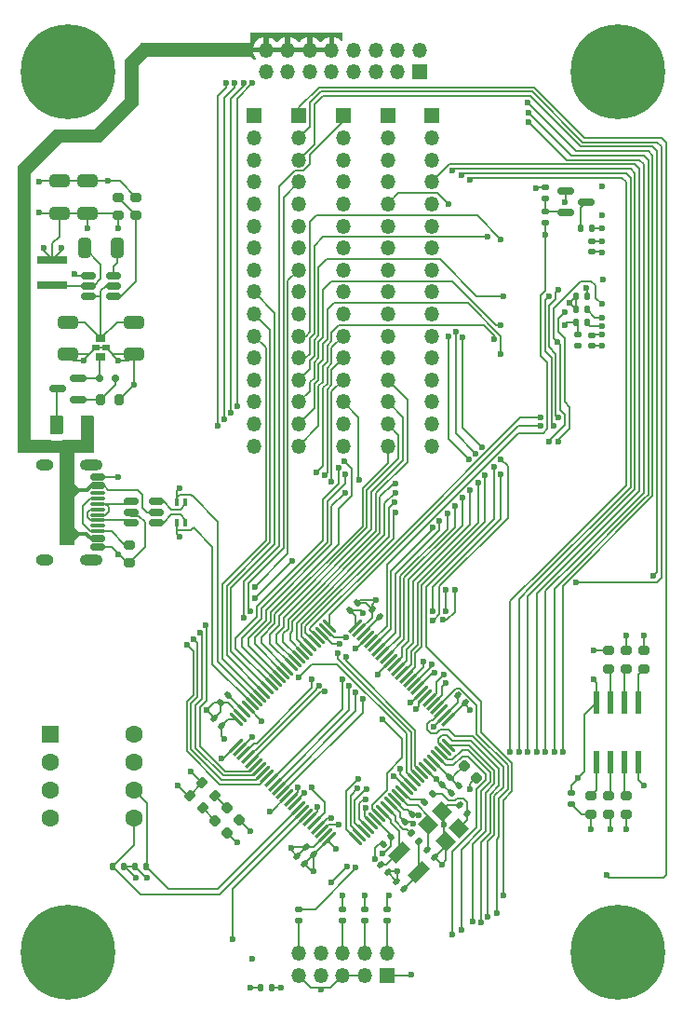
<source format=gbr>
%TF.GenerationSoftware,KiCad,Pcbnew,8.0.1*%
%TF.CreationDate,2024-05-18T20:09:52+02:00*%
%TF.ProjectId,STM32H7B0_devboard,53544d33-3248-4374-9230-5f646576626f,rev?*%
%TF.SameCoordinates,Original*%
%TF.FileFunction,Copper,L1,Top*%
%TF.FilePolarity,Positive*%
%FSLAX46Y46*%
G04 Gerber Fmt 4.6, Leading zero omitted, Abs format (unit mm)*
G04 Created by KiCad (PCBNEW 8.0.1) date 2024-05-18 20:09:52*
%MOMM*%
%LPD*%
G01*
G04 APERTURE LIST*
G04 Aperture macros list*
%AMRoundRect*
0 Rectangle with rounded corners*
0 $1 Rounding radius*
0 $2 $3 $4 $5 $6 $7 $8 $9 X,Y pos of 4 corners*
0 Add a 4 corners polygon primitive as box body*
4,1,4,$2,$3,$4,$5,$6,$7,$8,$9,$2,$3,0*
0 Add four circle primitives for the rounded corners*
1,1,$1+$1,$2,$3*
1,1,$1+$1,$4,$5*
1,1,$1+$1,$6,$7*
1,1,$1+$1,$8,$9*
0 Add four rect primitives between the rounded corners*
20,1,$1+$1,$2,$3,$4,$5,0*
20,1,$1+$1,$4,$5,$6,$7,0*
20,1,$1+$1,$6,$7,$8,$9,0*
20,1,$1+$1,$8,$9,$2,$3,0*%
%AMRotRect*
0 Rectangle, with rotation*
0 The origin of the aperture is its center*
0 $1 length*
0 $2 width*
0 $3 Rotation angle, in degrees counterclockwise*
0 Add horizontal line*
21,1,$1,$2,0,0,$3*%
G04 Aperture macros list end*
%TA.AperFunction,ComponentPad*%
%ADD10C,0.900000*%
%TD*%
%TA.AperFunction,ComponentPad*%
%ADD11C,8.600000*%
%TD*%
%TA.AperFunction,SMDPad,CuDef*%
%ADD12RoundRect,0.200000X0.275000X-0.200000X0.275000X0.200000X-0.275000X0.200000X-0.275000X-0.200000X0*%
%TD*%
%TA.AperFunction,SMDPad,CuDef*%
%ADD13RoundRect,0.150000X0.587500X0.150000X-0.587500X0.150000X-0.587500X-0.150000X0.587500X-0.150000X0*%
%TD*%
%TA.AperFunction,SMDPad,CuDef*%
%ADD14RoundRect,0.135000X0.135000X0.185000X-0.135000X0.185000X-0.135000X-0.185000X0.135000X-0.185000X0*%
%TD*%
%TA.AperFunction,SMDPad,CuDef*%
%ADD15R,0.600000X2.000000*%
%TD*%
%TA.AperFunction,ComponentPad*%
%ADD16R,1.350000X1.350000*%
%TD*%
%TA.AperFunction,ComponentPad*%
%ADD17O,1.350000X1.350000*%
%TD*%
%TA.AperFunction,SMDPad,CuDef*%
%ADD18RoundRect,0.150000X-0.500000X0.150000X-0.500000X-0.150000X0.500000X-0.150000X0.500000X0.150000X0*%
%TD*%
%TA.AperFunction,SMDPad,CuDef*%
%ADD19RoundRect,0.075000X-0.575000X0.075000X-0.575000X-0.075000X0.575000X-0.075000X0.575000X0.075000X0*%
%TD*%
%TA.AperFunction,ComponentPad*%
%ADD20O,2.100000X1.000000*%
%TD*%
%TA.AperFunction,ComponentPad*%
%ADD21O,1.600000X1.000000*%
%TD*%
%TA.AperFunction,SMDPad,CuDef*%
%ADD22RoundRect,0.150000X-0.512500X-0.150000X0.512500X-0.150000X0.512500X0.150000X-0.512500X0.150000X0*%
%TD*%
%TA.AperFunction,SMDPad,CuDef*%
%ADD23RoundRect,0.135000X-0.226274X-0.035355X-0.035355X-0.226274X0.226274X0.035355X0.035355X0.226274X0*%
%TD*%
%TA.AperFunction,SMDPad,CuDef*%
%ADD24RoundRect,0.250000X-0.650000X0.325000X-0.650000X-0.325000X0.650000X-0.325000X0.650000X0.325000X0*%
%TD*%
%TA.AperFunction,SMDPad,CuDef*%
%ADD25R,2.700000X0.800000*%
%TD*%
%TA.AperFunction,SMDPad,CuDef*%
%ADD26RoundRect,0.135000X-0.135000X-0.185000X0.135000X-0.185000X0.135000X0.185000X-0.135000X0.185000X0*%
%TD*%
%TA.AperFunction,SMDPad,CuDef*%
%ADD27RoundRect,0.135000X-0.185000X0.135000X-0.185000X-0.135000X0.185000X-0.135000X0.185000X0.135000X0*%
%TD*%
%TA.AperFunction,SMDPad,CuDef*%
%ADD28RoundRect,0.218750X-0.335876X-0.026517X-0.026517X-0.335876X0.335876X0.026517X0.026517X0.335876X0*%
%TD*%
%TA.AperFunction,SMDPad,CuDef*%
%ADD29R,0.889000X0.711200*%
%TD*%
%TA.AperFunction,SMDPad,CuDef*%
%ADD30R,0.660400X0.508000*%
%TD*%
%TA.AperFunction,SMDPad,CuDef*%
%ADD31RoundRect,0.135000X0.185000X-0.135000X0.185000X0.135000X-0.185000X0.135000X-0.185000X-0.135000X0*%
%TD*%
%TA.AperFunction,SMDPad,CuDef*%
%ADD32RoundRect,0.150000X-0.587500X-0.150000X0.587500X-0.150000X0.587500X0.150000X-0.587500X0.150000X0*%
%TD*%
%TA.AperFunction,SMDPad,CuDef*%
%ADD33RoundRect,0.150000X0.150000X0.200000X-0.150000X0.200000X-0.150000X-0.200000X0.150000X-0.200000X0*%
%TD*%
%TA.AperFunction,SMDPad,CuDef*%
%ADD34RoundRect,0.200000X-0.275000X0.200000X-0.275000X-0.200000X0.275000X-0.200000X0.275000X0.200000X0*%
%TD*%
%TA.AperFunction,SMDPad,CuDef*%
%ADD35RoundRect,0.140000X-0.021213X0.219203X-0.219203X0.021213X0.021213X-0.219203X0.219203X-0.021213X0*%
%TD*%
%TA.AperFunction,SMDPad,CuDef*%
%ADD36RoundRect,0.200000X0.335876X0.053033X0.053033X0.335876X-0.335876X-0.053033X-0.053033X-0.335876X0*%
%TD*%
%TA.AperFunction,SMDPad,CuDef*%
%ADD37RoundRect,0.140000X0.219203X0.021213X0.021213X0.219203X-0.219203X-0.021213X-0.021213X-0.219203X0*%
%TD*%
%TA.AperFunction,SMDPad,CuDef*%
%ADD38RoundRect,0.200000X-0.335876X-0.053033X-0.053033X-0.335876X0.335876X0.053033X0.053033X0.335876X0*%
%TD*%
%TA.AperFunction,SMDPad,CuDef*%
%ADD39RoundRect,0.200000X-0.200000X-0.275000X0.200000X-0.275000X0.200000X0.275000X-0.200000X0.275000X0*%
%TD*%
%TA.AperFunction,SMDPad,CuDef*%
%ADD40RoundRect,0.250000X0.650000X-0.325000X0.650000X0.325000X-0.650000X0.325000X-0.650000X-0.325000X0*%
%TD*%
%TA.AperFunction,SMDPad,CuDef*%
%ADD41R,0.406400X0.762000*%
%TD*%
%TA.AperFunction,SMDPad,CuDef*%
%ADD42RoundRect,0.140000X0.021213X-0.219203X0.219203X-0.021213X-0.021213X0.219203X-0.219203X0.021213X0*%
%TD*%
%TA.AperFunction,SMDPad,CuDef*%
%ADD43RoundRect,0.140000X-0.219203X-0.021213X-0.021213X-0.219203X0.219203X0.021213X0.021213X0.219203X0*%
%TD*%
%TA.AperFunction,SMDPad,CuDef*%
%ADD44RoundRect,0.250000X0.375000X0.625000X-0.375000X0.625000X-0.375000X-0.625000X0.375000X-0.625000X0*%
%TD*%
%TA.AperFunction,ComponentPad*%
%ADD45R,1.600000X1.600000*%
%TD*%
%TA.AperFunction,ComponentPad*%
%ADD46C,1.600000*%
%TD*%
%TA.AperFunction,SMDPad,CuDef*%
%ADD47RoundRect,0.140000X-0.170000X0.140000X-0.170000X-0.140000X0.170000X-0.140000X0.170000X0.140000X0*%
%TD*%
%TA.AperFunction,SMDPad,CuDef*%
%ADD48RoundRect,0.250000X-0.325000X-0.650000X0.325000X-0.650000X0.325000X0.650000X-0.325000X0.650000X0*%
%TD*%
%TA.AperFunction,SMDPad,CuDef*%
%ADD49RotRect,1.000000X1.800000X135.000000*%
%TD*%
%TA.AperFunction,SMDPad,CuDef*%
%ADD50RoundRect,0.075000X0.565685X-0.459619X-0.459619X0.565685X-0.565685X0.459619X0.459619X-0.565685X0*%
%TD*%
%TA.AperFunction,SMDPad,CuDef*%
%ADD51RoundRect,0.075000X0.565685X0.459619X0.459619X0.565685X-0.565685X-0.459619X-0.459619X-0.565685X0*%
%TD*%
%TA.AperFunction,SMDPad,CuDef*%
%ADD52RotRect,1.400000X1.200000X315.000000*%
%TD*%
%TA.AperFunction,SMDPad,CuDef*%
%ADD53RoundRect,0.135000X0.035355X-0.226274X0.226274X-0.035355X-0.035355X0.226274X-0.226274X0.035355X0*%
%TD*%
%TA.AperFunction,ViaPad*%
%ADD54C,0.600000*%
%TD*%
%TA.AperFunction,Conductor*%
%ADD55C,0.200000*%
%TD*%
%TA.AperFunction,Conductor*%
%ADD56C,0.300000*%
%TD*%
%TA.AperFunction,Conductor*%
%ADD57C,1.200000*%
%TD*%
%TA.AperFunction,Conductor*%
%ADD58C,0.177800*%
%TD*%
G04 APERTURE END LIST*
D10*
%TO.P,H4,1,1*%
%TO.N,GND*%
X166775000Y-120000000D03*
X167719581Y-117719581D03*
X167719581Y-122280419D03*
X170000000Y-116775000D03*
D11*
X170000000Y-120000000D03*
D10*
X170000000Y-123225000D03*
X172280419Y-117719581D03*
X172280419Y-122280419D03*
X173225000Y-120000000D03*
%TD*%
D12*
%TO.P,R26,1*%
%TO.N,Net-(U3-NH_DQ3)*%
X169200000Y-94225001D03*
%TO.P,R26,2*%
%TO.N,/QSPI1_IO3*%
X169200000Y-92575001D03*
%TD*%
D13*
%TO.P,Q2,1,G*%
%TO.N,Net-(D3-A)*%
X120937500Y-69750000D03*
%TO.P,Q2,2,S*%
%TO.N,Net-(D3-K)*%
X120937500Y-67850000D03*
%TO.P,Q2,3,D*%
%TO.N,Net-(Q2-D)*%
X119062499Y-68800000D03*
%TD*%
D14*
%TO.P,R10,1*%
%TO.N,+3V3*%
X125109999Y-112200000D03*
%TO.P,R10,2*%
%TO.N,/I2C_SDA*%
X124090001Y-112200000D03*
%TD*%
D15*
%TO.P,U3,1,NCS*%
%TO.N,Net-(U3-NCS)*%
X168095001Y-102725000D03*
%TO.P,U3,2,Q-DQ1*%
%TO.N,Net-(U3-Q-DQ1)*%
X169365000Y-102725000D03*
%TO.P,U3,3,NW-DQ2*%
%TO.N,Net-(U3-NW-DQ2)*%
X170635000Y-102725000D03*
%TO.P,U3,4,VSS*%
%TO.N,GND*%
X171904999Y-102725000D03*
%TO.P,U3,5,D-DQ0*%
%TO.N,Net-(U3-D-DQ0)*%
X171904999Y-97275000D03*
%TO.P,U3,6,CLK*%
%TO.N,Net-(U3-CLK)*%
X170635000Y-97275000D03*
%TO.P,U3,7,NH_DQ3*%
%TO.N,Net-(U3-NH_DQ3)*%
X169365000Y-97275000D03*
%TO.P,U3,8,VCC*%
%TO.N,+3V3*%
X168095001Y-97275000D03*
%TD*%
D16*
%TO.P,J4,1,Pin_1*%
%TO.N,/A0*%
X136940000Y-44000000D03*
D17*
%TO.P,J4,2,Pin_2*%
%TO.N,/A1*%
X136940000Y-46000000D03*
%TO.P,J4,3,Pin_3*%
%TO.N,/A2*%
X136940000Y-48000000D03*
%TO.P,J4,4,Pin_4*%
%TO.N,/A3*%
X136940000Y-50000000D03*
%TO.P,J4,5,Pin_5*%
%TO.N,/A4*%
X136940000Y-52000000D03*
%TO.P,J4,6,Pin_6*%
%TO.N,/A5*%
X136940000Y-54000000D03*
%TO.P,J4,7,Pin_7*%
%TO.N,Net-(J4-Pin_7)*%
X136940000Y-56000000D03*
%TO.P,J4,8,Pin_8*%
%TO.N,Net-(J4-Pin_8)*%
X136940000Y-58000000D03*
%TO.P,J4,9,Pin_9*%
%TO.N,/A8*%
X136940000Y-60000000D03*
%TO.P,J4,10,Pin_10*%
%TO.N,/A9*%
X136940000Y-62000000D03*
%TO.P,J4,11,Pin_11*%
%TO.N,/A10*%
X136940000Y-64000000D03*
%TO.P,J4,12,Pin_12*%
%TO.N,Net-(J4-Pin_12)*%
X136940000Y-66000000D03*
%TO.P,J4,13,Pin_13*%
%TO.N,Net-(J4-Pin_13)*%
X136940000Y-68000000D03*
%TO.P,J4,14,Pin_14*%
%TO.N,Net-(J4-Pin_14)*%
X136940000Y-70000000D03*
%TO.P,J4,15,Pin_15*%
%TO.N,Net-(J4-Pin_15)*%
X136940000Y-72000000D03*
%TO.P,J4,16,Pin_16*%
%TO.N,/A15*%
X136940000Y-74000000D03*
%TD*%
D18*
%TO.P,J3,A1,GND*%
%TO.N,GND*%
X122745000Y-76800000D03*
%TO.P,J3,A4,VBUS*%
%TO.N,+5V*%
X122745000Y-77600000D03*
D19*
%TO.P,J3,A5,CC1*%
%TO.N,Net-(J3-CC1)*%
X122744999Y-78750000D03*
%TO.P,J3,A6,D+*%
%TO.N,Net-(J3-D+-PadA6)*%
X122745000Y-79750000D03*
%TO.P,J3,A7,D-*%
%TO.N,Net-(J3-D--PadA7)*%
X122745000Y-80250000D03*
%TO.P,J3,A8,SBU1*%
%TO.N,unconnected-(J3-SBU1-PadA8)*%
X122744999Y-81250000D03*
D18*
%TO.P,J3,A9,VBUS*%
%TO.N,+5V*%
X122745000Y-82400000D03*
%TO.P,J3,A12,GND*%
%TO.N,GND*%
X122745000Y-83200000D03*
%TO.P,J3,B1,GND*%
X122745000Y-83200000D03*
%TO.P,J3,B4,VBUS*%
%TO.N,+5V*%
X122745000Y-82400000D03*
D19*
%TO.P,J3,B5,CC2*%
%TO.N,Net-(J3-CC1)*%
X122745000Y-81750000D03*
%TO.P,J3,B6,D+*%
%TO.N,Net-(J3-D+-PadA6)*%
X122745000Y-80750000D03*
%TO.P,J3,B7,D-*%
%TO.N,Net-(J3-D--PadA7)*%
X122745000Y-79250000D03*
%TO.P,J3,B8,SBU2*%
%TO.N,unconnected-(J3-SBU2-PadB8)*%
X122745000Y-78250000D03*
D18*
%TO.P,J3,B9,VBUS*%
%TO.N,+5V*%
X122745000Y-77600000D03*
%TO.P,J3,B12,GND*%
%TO.N,GND*%
X122745000Y-76800000D03*
D20*
%TO.P,J3,S1,SHIELD*%
%TO.N,unconnected-(J3-SHIELD-PadS1)_2*%
X122105000Y-75680000D03*
D21*
%TO.N,unconnected-(J3-SHIELD-PadS1)_1*%
X117925000Y-75680000D03*
D20*
%TO.N,unconnected-(J3-SHIELD-PadS1)_0*%
X122105000Y-84320000D03*
D21*
%TO.N,unconnected-(J3-SHIELD-PadS1)*%
X117925000Y-84320000D03*
%TD*%
D22*
%TO.P,U4,1,GND*%
%TO.N,GND*%
X121862500Y-58500002D03*
%TO.P,U4,2,SW*%
%TO.N,/power/BUCK_SW*%
X121862500Y-59450001D03*
%TO.P,U4,3,VIN*%
%TO.N,/power/BUCK_EN*%
X121862500Y-60400000D03*
%TO.P,U4,4,VFB*%
%TO.N,/power/BUCK_FB*%
X124137500Y-60400000D03*
%TO.P,U4,5,EN*%
%TO.N,/power/BUCK_EN*%
X124137500Y-59450001D03*
%TO.P,U4,6,VBST*%
%TO.N,/power/BUCK_BST*%
X124137500Y-58500002D03*
%TD*%
D23*
%TO.P,R2,1*%
%TO.N,/LSE_OUT*%
X151239376Y-109200000D03*
%TO.P,R2,2*%
%TO.N,Net-(C9-Pad1)*%
X151960624Y-109921248D03*
%TD*%
D24*
%TO.P,C19,1*%
%TO.N,/power/BUCK_EN*%
X120000000Y-62724999D03*
%TO.P,C19,2*%
%TO.N,GND*%
X120000000Y-65675001D03*
%TD*%
D25*
%TO.P,L2,1*%
%TO.N,/power/BUCK_SW*%
X118600000Y-59350000D03*
%TO.P,L2,2*%
%TO.N,+3V3*%
X118600000Y-57050000D03*
%TD*%
D26*
%TO.P,R18,1*%
%TO.N,/LCD_RESET*%
X166207252Y-62800000D03*
%TO.P,R18,2*%
%TO.N,/LCD_RST*%
X167227250Y-62800000D03*
%TD*%
D27*
%TO.P,R16,1*%
%TO.N,/LCD_RESET*%
X166427250Y-63890001D03*
%TO.P,R16,2*%
%TO.N,+3V3*%
X166427250Y-64909999D03*
%TD*%
D28*
%TO.P,L1,1*%
%TO.N,+3.3VA*%
X156043153Y-103043153D03*
%TO.P,L1,2*%
%TO.N,+3V3*%
X157156847Y-104156847D03*
%TD*%
D29*
%TO.P,C18,1,1*%
%TO.N,Net-(D3-K)*%
X123000000Y-65901800D03*
D30*
%TO.P,C18,2,2*%
%TO.N,GND*%
X122530101Y-65050900D03*
D29*
%TO.P,C18,3,3*%
%TO.N,/power/BUCK_EN*%
X123000000Y-64200000D03*
D30*
%TO.P,C18,4*%
%TO.N,N/C*%
X123469899Y-65050900D03*
%TD*%
D26*
%TO.P,R9,1*%
%TO.N,+3V3*%
X126090001Y-112200000D03*
%TO.P,R9,2*%
%TO.N,/I2C_SCL*%
X127109999Y-112200000D03*
%TD*%
D31*
%TO.P,R13,1*%
%TO.N,Net-(Q1-B)*%
X163427250Y-51509999D03*
%TO.P,R13,2*%
%TO.N,+3V3*%
X163427250Y-50490001D03*
%TD*%
D32*
%TO.P,Q1,1,E*%
%TO.N,GND*%
X165289750Y-50850000D03*
%TO.P,Q1,2,B*%
%TO.N,Net-(Q1-B)*%
X165289750Y-52750000D03*
%TO.P,Q1,3,C*%
%TO.N,Net-(Q1-C)*%
X167164751Y-51800000D03*
%TD*%
D10*
%TO.P,H1,1,1*%
%TO.N,GND*%
X116775000Y-40000000D03*
X117719581Y-37719581D03*
X117719581Y-42280419D03*
X120000000Y-36775000D03*
D11*
X120000000Y-40000000D03*
D10*
X120000000Y-43225000D03*
X122280419Y-37719581D03*
X122280419Y-42280419D03*
X123225000Y-40000000D03*
%TD*%
D33*
%TO.P,D3,1,K*%
%TO.N,Net-(D3-K)*%
X122900000Y-67800000D03*
%TO.P,D3,2,A*%
%TO.N,Net-(D3-A)*%
X124300000Y-67800000D03*
%TD*%
D34*
%TO.P,R21,1*%
%TO.N,GND*%
X126200000Y-51375000D03*
%TO.P,R21,2*%
%TO.N,/power/BUCK_FB*%
X126200000Y-53025000D03*
%TD*%
D35*
%TO.P,C7,1*%
%TO.N,+3V3*%
X151339411Y-107460589D03*
%TO.P,C7,2*%
%TO.N,GND*%
X150660589Y-108139411D03*
%TD*%
D12*
%TO.P,R22,1*%
%TO.N,GND*%
X125560000Y-84625000D03*
%TO.P,R22,2*%
%TO.N,Net-(J3-CC1)*%
X125560000Y-82975000D03*
%TD*%
D36*
%TO.P,R1,1*%
%TO.N,Net-(D1-K)*%
X133383363Y-105783363D03*
%TO.P,R1,2*%
%TO.N,GND*%
X132216637Y-104616637D03*
%TD*%
D28*
%TO.P,D1,1,K*%
%TO.N,Net-(D1-K)*%
X134488217Y-106888217D03*
%TO.P,D1,2,A*%
%TO.N,+3V3*%
X135601911Y-108001911D03*
%TD*%
D31*
%TO.P,R6,1*%
%TO.N,/J1_SWCLK*%
X147000000Y-117099997D03*
%TO.P,R6,2*%
%TO.N,/SWCLK*%
X147000000Y-116079999D03*
%TD*%
D35*
%TO.P,C17,1*%
%TO.N,+3.3VA*%
X154739411Y-104060589D03*
%TO.P,C17,2*%
%TO.N,GND*%
X154060589Y-104739411D03*
%TD*%
D37*
%TO.P,C9,1*%
%TO.N,Net-(C9-Pad1)*%
X150600000Y-114200000D03*
%TO.P,C9,2*%
%TO.N,GND*%
X149921178Y-113521178D03*
%TD*%
%TO.P,C1,1*%
%TO.N,+3V3*%
X141539411Y-111939411D03*
%TO.P,C1,2*%
%TO.N,GND*%
X140860589Y-111260589D03*
%TD*%
D38*
%TO.P,R4,1*%
%TO.N,GND*%
X131085267Y-105748007D03*
%TO.P,R4,2*%
%TO.N,Net-(D2-K)*%
X132251993Y-106914733D03*
%TD*%
D39*
%TO.P,R19,1*%
%TO.N,Net-(D3-A)*%
X122975000Y-69800000D03*
%TO.P,R19,2*%
%TO.N,GND*%
X124625000Y-69800000D03*
%TD*%
D16*
%TO.P,J1,1,Pin_1*%
%TO.N,+3V3*%
X149000000Y-122099998D03*
D17*
%TO.P,J1,2,Pin_2*%
%TO.N,/J1_SWDIO*%
X149000000Y-120099997D03*
%TO.P,J1,3,Pin_3*%
%TO.N,GND*%
X146999999Y-122099998D03*
%TO.P,J1,4,Pin_4*%
%TO.N,/J1_SWCLK*%
X147000000Y-120099998D03*
%TO.P,J1,5,Pin_5*%
%TO.N,GND*%
X145000000Y-122099998D03*
%TO.P,J1,6,Pin_6*%
%TO.N,/J1_SWO*%
X144999999Y-120099998D03*
%TO.P,J1,7,Pin_7*%
%TO.N,unconnected-(J1-Pin_7-Pad7)*%
X143000000Y-122099998D03*
%TO.P,J1,8,Pin_8*%
%TO.N,unconnected-(J1-Pin_8-Pad8)*%
X143000000Y-120099998D03*
%TO.P,J1,9,Pin_9*%
%TO.N,GND*%
X141000000Y-122099998D03*
%TO.P,J1,10,Pin_10*%
%TO.N,/J1_NRST*%
X141000000Y-120099998D03*
%TD*%
D12*
%TO.P,R27,1*%
%TO.N,Net-(U3-CLK)*%
X170800000Y-94225001D03*
%TO.P,R27,2*%
%TO.N,/QSPI1_SCK*%
X170800000Y-92575001D03*
%TD*%
D40*
%TO.P,C22,1*%
%TO.N,+3V3*%
X119200000Y-52875001D03*
%TO.P,C22,2*%
%TO.N,GND*%
X119200000Y-49924999D03*
%TD*%
D41*
%TO.P,FL1,1,1*%
%TO.N,Net-(FL1-Pad1)*%
X130703900Y-79075001D03*
%TO.P,FL1,2,2*%
%TO.N,/USB_DN*%
X129891100Y-79075001D03*
%TO.P,FL1,3,3*%
%TO.N,/USB_DP*%
X129891100Y-80924999D03*
%TO.P,FL1,4,4*%
%TO.N,Net-(FL1-Pad4)*%
X130703900Y-80924999D03*
%TD*%
D37*
%TO.P,C11,1*%
%TO.N,Net-(C11-Pad1)*%
X156339411Y-107339411D03*
%TO.P,C11,2*%
%TO.N,GND*%
X155660589Y-106660589D03*
%TD*%
D42*
%TO.P,C5,1*%
%TO.N,+3V3*%
X145660589Y-88939411D03*
%TO.P,C5,2*%
%TO.N,GND*%
X146339411Y-88260589D03*
%TD*%
D16*
%TO.P,J9,1,Pin_1*%
%TO.N,GND*%
X152000000Y-40000000D03*
D17*
%TO.P,J9,2,Pin_2*%
%TO.N,+3V3*%
X152000000Y-37999999D03*
%TO.P,J9,3,Pin_3*%
%TO.N,GND*%
X149999999Y-40000000D03*
%TO.P,J9,4,Pin_4*%
%TO.N,+3V3*%
X150000000Y-38000000D03*
%TO.P,J9,5,Pin_5*%
%TO.N,GND*%
X148000000Y-40000000D03*
%TO.P,J9,6,Pin_6*%
%TO.N,+3V3*%
X147999999Y-38000000D03*
%TO.P,J9,7,Pin_7*%
%TO.N,GND*%
X146000000Y-40000000D03*
%TO.P,J9,8,Pin_8*%
%TO.N,+3V3*%
X146000000Y-38000000D03*
%TO.P,J9,9,Pin_9*%
%TO.N,GND*%
X144000000Y-40000000D03*
%TO.P,J9,10,Pin_10*%
%TO.N,+5V*%
X144000000Y-38000000D03*
%TO.P,J9,11,Pin_11*%
%TO.N,GND*%
X142000000Y-40000000D03*
%TO.P,J9,12,Pin_12*%
%TO.N,+5V*%
X142000000Y-38000000D03*
%TO.P,J9,13,Pin_13*%
%TO.N,GND*%
X140000001Y-40000000D03*
%TO.P,J9,14,Pin_14*%
%TO.N,+5V*%
X140000000Y-38000000D03*
%TO.P,J9,15,Pin_15*%
%TO.N,GND*%
X138000000Y-40000000D03*
%TO.P,J9,16,Pin_16*%
%TO.N,+5V*%
X138000001Y-38000000D03*
%TD*%
D24*
%TO.P,C20,1*%
%TO.N,/power/BUCK_EN*%
X126000000Y-62724999D03*
%TO.P,C20,2*%
%TO.N,GND*%
X126000000Y-65675001D03*
%TD*%
D43*
%TO.P,C8,1*%
%TO.N,/LSE_IN*%
X148460589Y-112060589D03*
%TO.P,C8,2*%
%TO.N,GND*%
X149139411Y-112739411D03*
%TD*%
D26*
%TO.P,R12,1*%
%TO.N,Net-(Q1-C)*%
X166627250Y-54200000D03*
%TO.P,R12,2*%
%TO.N,/LCD_LEDK*%
X167647248Y-54200000D03*
%TD*%
D16*
%TO.P,J5,1,Pin_1*%
%TO.N,Net-(J5-Pin_1)*%
X140990000Y-44000000D03*
D17*
%TO.P,J5,2,Pin_2*%
%TO.N,Net-(J5-Pin_2)*%
X140990000Y-46000000D03*
%TO.P,J5,3,Pin_3*%
%TO.N,Net-(J5-Pin_3)*%
X140990000Y-48000000D03*
%TO.P,J5,4,Pin_4*%
%TO.N,Net-(J5-Pin_4)*%
X140990000Y-50000000D03*
%TO.P,J5,5,Pin_5*%
%TO.N,/B4*%
X140990000Y-52000000D03*
%TO.P,J5,6,Pin_6*%
%TO.N,/B5*%
X140990000Y-54000000D03*
%TO.P,J5,7,Pin_7*%
%TO.N,Net-(J5-Pin_7)*%
X140990000Y-56000000D03*
%TO.P,J5,8,Pin_8*%
%TO.N,Net-(J5-Pin_8)*%
X140990000Y-58000000D03*
%TO.P,J5,9,Pin_9*%
%TO.N,/B8*%
X140990000Y-60000000D03*
%TO.P,J5,10,Pin_10*%
%TO.N,/B9*%
X140990000Y-62000000D03*
%TO.P,J5,11,Pin_11*%
%TO.N,Net-(J5-Pin_11)*%
X140990000Y-64000000D03*
%TO.P,J5,12,Pin_12*%
%TO.N,Net-(J5-Pin_12)*%
X140990000Y-66000000D03*
%TO.P,J5,13,Pin_13*%
%TO.N,Net-(J5-Pin_13)*%
X140990000Y-68000000D03*
%TO.P,J5,14,Pin_14*%
%TO.N,Net-(J5-Pin_14)*%
X140990000Y-70000000D03*
%TO.P,J5,15,Pin_15*%
%TO.N,Net-(J5-Pin_15)*%
X140990000Y-72000000D03*
%TO.P,J5,16,Pin_16*%
%TO.N,Net-(J5-Pin_16)*%
X140990000Y-74000000D03*
%TD*%
D44*
%TO.P,F1,1*%
%TO.N,+5V*%
X121799999Y-72100000D03*
%TO.P,F1,2*%
%TO.N,Net-(Q2-D)*%
X119000001Y-72100000D03*
%TD*%
D40*
%TO.P,C23,1*%
%TO.N,+3V3*%
X121800000Y-52875001D03*
%TO.P,C23,2*%
%TO.N,GND*%
X121800000Y-49924999D03*
%TD*%
D35*
%TO.P,C2,1*%
%TO.N,+3V3*%
X149339411Y-109460589D03*
%TO.P,C2,2*%
%TO.N,GND*%
X148660589Y-110139411D03*
%TD*%
D45*
%TO.P,J2,1,Pin_1*%
%TO.N,GND*%
X118390000Y-100190000D03*
D46*
%TO.P,J2,2,Pin_2*%
X118390000Y-102730000D03*
%TO.P,J2,3,Pin_3*%
X118390000Y-105270000D03*
%TO.P,J2,4,Pin_4*%
X118390000Y-107810000D03*
%TO.P,J2,5,Pin_5*%
%TO.N,/I2C_SDA*%
X126010000Y-107810000D03*
%TO.P,J2,6,Pin_6*%
%TO.N,/I2C_SCL*%
X126010000Y-105270000D03*
%TO.P,J2,7,Pin_7*%
%TO.N,GND*%
X126010000Y-102730000D03*
%TO.P,J2,8,Pin_8*%
%TO.N,+3V3*%
X126010000Y-100190000D03*
%TD*%
D47*
%TO.P,C14,1*%
%TO.N,+3V3*%
X167627250Y-55400000D03*
%TO.P,C14,2*%
%TO.N,GND*%
X167627250Y-56360000D03*
%TD*%
D28*
%TO.P,D2,1,K*%
%TO.N,Net-(D2-K)*%
X133356847Y-108019587D03*
%TO.P,D2,2,A*%
%TO.N,/STATUS_LED*%
X134470541Y-109133281D03*
%TD*%
D48*
%TO.P,C21,1*%
%TO.N,/power/BUCK_SW*%
X121525000Y-56000000D03*
%TO.P,C21,2*%
%TO.N,/power/BUCK_BST*%
X124475000Y-56000000D03*
%TD*%
D10*
%TO.P,H3,1,1*%
%TO.N,GND*%
X116775000Y-120000000D03*
X117719581Y-117719581D03*
X117719581Y-122280419D03*
X120000000Y-116775000D03*
D11*
X120000000Y-120000000D03*
D10*
X120000000Y-123225000D03*
X122280419Y-117719581D03*
X122280419Y-122280419D03*
X123225000Y-120000000D03*
%TD*%
D12*
%TO.P,R24,1*%
%TO.N,/QSPI1_IO1*%
X169199999Y-107450000D03*
%TO.P,R24,2*%
%TO.N,Net-(U3-Q-DQ1)*%
X169199999Y-105800000D03*
%TD*%
D37*
%TO.P,C12,1*%
%TO.N,Net-(C12-Pad1)*%
X148339411Y-89539411D03*
%TO.P,C12,2*%
%TO.N,GND*%
X147660589Y-88860589D03*
%TD*%
D34*
%TO.P,R20,1*%
%TO.N,/power/BUCK_FB*%
X124600000Y-51375000D03*
%TO.P,R20,2*%
%TO.N,+3V3*%
X124600000Y-53025000D03*
%TD*%
D12*
%TO.P,R28,1*%
%TO.N,Net-(U3-D-DQ0)*%
X172399999Y-94250000D03*
%TO.P,R28,2*%
%TO.N,/QSPI1_IO0*%
X172399999Y-92600000D03*
%TD*%
D26*
%TO.P,R15,1*%
%TO.N,/SPI2_NSS*%
X166207252Y-60400000D03*
%TO.P,R15,2*%
%TO.N,+3V3*%
X167227250Y-60400000D03*
%TD*%
D49*
%TO.P,Y1,1,1*%
%TO.N,/LSE_IN*%
X150116117Y-110916117D03*
%TO.P,Y1,2,2*%
%TO.N,Net-(C9-Pad1)*%
X151883883Y-112683883D03*
%TD*%
D12*
%TO.P,R25,1*%
%TO.N,/QSPI1_IO2*%
X170800000Y-107425000D03*
%TO.P,R25,2*%
%TO.N,Net-(U3-NW-DQ2)*%
X170800000Y-105775000D03*
%TD*%
D50*
%TO.P,U1,1,PE2*%
%TO.N,/E2*%
X146184404Y-109669685D03*
%TO.P,U1,2,PE3*%
%TO.N,/E3*%
X146537957Y-109316132D03*
%TO.P,U1,3,PE4*%
%TO.N,/E4*%
X146891511Y-108962578D03*
%TO.P,U1,4,PE5*%
%TO.N,/E5*%
X147245064Y-108609025D03*
%TO.P,U1,5,PE6*%
%TO.N,/E6*%
X147598617Y-108255472D03*
%TO.P,U1,6,VBAT*%
%TO.N,+3V3*%
X147952171Y-107901918D03*
%TO.P,U1,7,PC13*%
%TO.N,/C13*%
X148305724Y-107548365D03*
%TO.P,U1,8,PC14*%
%TO.N,/LSE_IN*%
X148659278Y-107194811D03*
%TO.P,U1,9,PC15*%
%TO.N,/LSE_OUT*%
X149012831Y-106841258D03*
%TO.P,U1,10,VSS*%
%TO.N,GND*%
X149366384Y-106487705D03*
%TO.P,U1,11,VDD*%
%TO.N,+3V3*%
X149719938Y-106134151D03*
%TO.P,U1,12,PH0*%
%TO.N,/HSE_IN*%
X150073491Y-105780598D03*
%TO.P,U1,13,PH1*%
%TO.N,/HSE_OUT*%
X150427045Y-105427045D03*
%TO.P,U1,14,NRST*%
%TO.N,/NRST*%
X150780598Y-105073491D03*
%TO.P,U1,15,PC0*%
%TO.N,/STATUS_LED*%
X151134151Y-104719938D03*
%TO.P,U1,16,PC1*%
%TO.N,/C1*%
X151487705Y-104366384D03*
%TO.P,U1,17,PC2_C*%
%TO.N,/C2_C*%
X151841258Y-104012831D03*
%TO.P,U1,18,PC3_C*%
%TO.N,/C3_C*%
X152194811Y-103659278D03*
%TO.P,U1,19,VSSA*%
%TO.N,GND*%
X152548365Y-103305724D03*
%TO.P,U1,20,VREF+*%
%TO.N,unconnected-(U1-VREF+-Pad20)*%
X152901918Y-102952171D03*
%TO.P,U1,21,VDDA*%
%TO.N,+3.3VA*%
X153255472Y-102598617D03*
%TO.P,U1,22,PA0*%
%TO.N,/A0*%
X153609025Y-102245064D03*
%TO.P,U1,23,PA1*%
%TO.N,/A1*%
X153962578Y-101891511D03*
%TO.P,U1,24,PA2*%
%TO.N,/A2*%
X154316132Y-101537957D03*
%TO.P,U1,25,PA3*%
%TO.N,/A3*%
X154669685Y-101184404D03*
D51*
%TO.P,U1,26,VSS*%
%TO.N,GND*%
X154669685Y-98815596D03*
%TO.P,U1,27,VDD*%
%TO.N,+3V3*%
X154316132Y-98462043D03*
%TO.P,U1,28,PA4*%
%TO.N,/A4*%
X153962578Y-98108489D03*
%TO.P,U1,29,PA5*%
%TO.N,/A5*%
X153609025Y-97754936D03*
%TO.P,U1,30,PA6*%
%TO.N,/QSPI1_IO3*%
X153255472Y-97401383D03*
%TO.P,U1,31,PA7*%
%TO.N,/QSPI1_IO2*%
X152901918Y-97047829D03*
%TO.P,U1,32,PC4*%
%TO.N,/C4*%
X152548365Y-96694276D03*
%TO.P,U1,33,PC5*%
%TO.N,/C5*%
X152194811Y-96340722D03*
%TO.P,U1,34,PB0*%
%TO.N,/QSPI1_IO1*%
X151841258Y-95987169D03*
%TO.P,U1,35,PB1*%
%TO.N,/QSPI1_IO0*%
X151487705Y-95633616D03*
%TO.P,U1,36,PB2*%
%TO.N,/QSPI1_SCK*%
X151134151Y-95280062D03*
%TO.P,U1,37,PE7*%
%TO.N,/E7*%
X150780598Y-94926509D03*
%TO.P,U1,38,PE8*%
%TO.N,/E8*%
X150427045Y-94572955D03*
%TO.P,U1,39,PE9*%
%TO.N,/E9*%
X150073491Y-94219402D03*
%TO.P,U1,40,PE10*%
%TO.N,/E10*%
X149719938Y-93865849D03*
%TO.P,U1,41,PE11*%
%TO.N,/QSPI1_NSS*%
X149366384Y-93512295D03*
%TO.P,U1,42,PE12*%
%TO.N,/E12*%
X149012831Y-93158742D03*
%TO.P,U1,43,PE13*%
%TO.N,/E13*%
X148659278Y-92805189D03*
%TO.P,U1,44,PE14*%
%TO.N,/E14*%
X148305724Y-92451635D03*
%TO.P,U1,45,PE15*%
%TO.N,/E15*%
X147952171Y-92098082D03*
%TO.P,U1,46,PB10*%
%TO.N,/LCD_BACKLIGHT*%
X147598617Y-91744528D03*
%TO.P,U1,47,PB11*%
%TO.N,/LCD_RESET*%
X147245064Y-91390975D03*
%TO.P,U1,48,VCAP*%
%TO.N,Net-(C12-Pad1)*%
X146891511Y-91037422D03*
%TO.P,U1,49,VSS*%
%TO.N,GND*%
X146537957Y-90683868D03*
%TO.P,U1,50,VDD*%
%TO.N,+3V3*%
X146184404Y-90330315D03*
D50*
%TO.P,U1,51,PB12*%
%TO.N,/SPI2_NSS*%
X143815596Y-90330315D03*
%TO.P,U1,52,PB13*%
%TO.N,/SPI2_SCK*%
X143462043Y-90683868D03*
%TO.P,U1,53,PB14*%
%TO.N,/LCD_COMMAND*%
X143108489Y-91037422D03*
%TO.P,U1,54,PB15*%
%TO.N,/SPI2_MOSI*%
X142754936Y-91390975D03*
%TO.P,U1,55,PD8*%
%TO.N,/D8*%
X142401383Y-91744528D03*
%TO.P,U1,56,PD9*%
%TO.N,/D9*%
X142047829Y-92098082D03*
%TO.P,U1,57,PD10*%
%TO.N,/D10*%
X141694276Y-92451635D03*
%TO.P,U1,58,PD11*%
%TO.N,/D11*%
X141340722Y-92805189D03*
%TO.P,U1,59,PD12*%
%TO.N,/D12*%
X140987169Y-93158742D03*
%TO.P,U1,60,PD13*%
%TO.N,/D13*%
X140633616Y-93512295D03*
%TO.P,U1,61,PD14*%
%TO.N,/D14*%
X140280062Y-93865849D03*
%TO.P,U1,62,PD15*%
%TO.N,/D15*%
X139926509Y-94219402D03*
%TO.P,U1,63,PC6*%
%TO.N,/C6*%
X139572955Y-94572955D03*
%TO.P,U1,64,PC7*%
%TO.N,/C7*%
X139219402Y-94926509D03*
%TO.P,U1,65,PC8*%
%TO.N,/C8*%
X138865849Y-95280062D03*
%TO.P,U1,66,PC9*%
%TO.N,/C9*%
X138512295Y-95633616D03*
%TO.P,U1,67,PA8*%
%TO.N,/A8*%
X138158742Y-95987169D03*
%TO.P,U1,68,PA9*%
%TO.N,/A9*%
X137805189Y-96340722D03*
%TO.P,U1,69,PA10*%
%TO.N,/A10*%
X137451635Y-96694276D03*
%TO.P,U1,70,PA11*%
%TO.N,/USB_DN*%
X137098082Y-97047829D03*
%TO.P,U1,71,PA12*%
%TO.N,/USB_DP*%
X136744528Y-97401383D03*
%TO.P,U1,72,PA13*%
%TO.N,/SWDIO*%
X136390975Y-97754936D03*
%TO.P,U1,73,VCAP*%
%TO.N,Net-(C13-Pad1)*%
X136037422Y-98108489D03*
%TO.P,U1,74,VSS*%
%TO.N,GND*%
X135683868Y-98462043D03*
%TO.P,U1,75,VDD*%
%TO.N,+3V3*%
X135330315Y-98815596D03*
D51*
%TO.P,U1,76,PA14*%
%TO.N,/SWCLK*%
X135330315Y-101184404D03*
%TO.P,U1,77,PA15*%
%TO.N,/A15*%
X135683868Y-101537957D03*
%TO.P,U1,78,PC10*%
%TO.N,/C10*%
X136037422Y-101891511D03*
%TO.P,U1,79,PC11*%
%TO.N,/C11*%
X136390975Y-102245064D03*
%TO.P,U1,80,PC12*%
%TO.N,/C12*%
X136744528Y-102598617D03*
%TO.P,U1,81,PD0*%
%TO.N,/D0*%
X137098082Y-102952171D03*
%TO.P,U1,82,PD1*%
%TO.N,/D1*%
X137451635Y-103305724D03*
%TO.P,U1,83,PD2*%
%TO.N,/D2*%
X137805189Y-103659278D03*
%TO.P,U1,84,PD3*%
%TO.N,/D3*%
X138158742Y-104012831D03*
%TO.P,U1,85,PD4*%
%TO.N,/D4*%
X138512295Y-104366384D03*
%TO.P,U1,86,PD5*%
%TO.N,/D5*%
X138865849Y-104719938D03*
%TO.P,U1,87,PD6*%
%TO.N,/D6*%
X139219402Y-105073491D03*
%TO.P,U1,88,PD7*%
%TO.N,/D7*%
X139572955Y-105427045D03*
%TO.P,U1,89,PB3*%
%TO.N,/SWO*%
X139926509Y-105780598D03*
%TO.P,U1,90,PB4*%
%TO.N,/B4*%
X140280062Y-106134151D03*
%TO.P,U1,91,PB5*%
%TO.N,/B5*%
X140633616Y-106487705D03*
%TO.P,U1,92,PB6*%
%TO.N,/I2C_SCL*%
X140987169Y-106841258D03*
%TO.P,U1,93,PB7*%
%TO.N,/I2C_SDA*%
X141340722Y-107194811D03*
%TO.P,U1,94,BOOT0*%
%TO.N,/BOOT0*%
X141694276Y-107548365D03*
%TO.P,U1,95,PB8*%
%TO.N,/B8*%
X142047829Y-107901918D03*
%TO.P,U1,96,PB9*%
%TO.N,/B9*%
X142401383Y-108255472D03*
%TO.P,U1,97,PE0*%
%TO.N,/E0*%
X142754936Y-108609025D03*
%TO.P,U1,98,PE1*%
%TO.N,/E1*%
X143108489Y-108962578D03*
%TO.P,U1,99,VSS*%
%TO.N,GND*%
X143462043Y-109316132D03*
%TO.P,U1,100,VDD*%
%TO.N,+3V3*%
X143815596Y-109669685D03*
%TD*%
D35*
%TO.P,C13,1*%
%TO.N,Net-(C13-Pad1)*%
X134539411Y-96660589D03*
%TO.P,C13,2*%
%TO.N,GND*%
X133860589Y-97339411D03*
%TD*%
%TO.P,C16,1*%
%TO.N,+3.3VA*%
X155539411Y-104860589D03*
%TO.P,C16,2*%
%TO.N,GND*%
X154860589Y-105539411D03*
%TD*%
D31*
%TO.P,R7,1*%
%TO.N,/J1_SWO*%
X145000000Y-117099998D03*
%TO.P,R7,2*%
%TO.N,/SWO*%
X145000000Y-116080000D03*
%TD*%
D12*
%TO.P,R23,1*%
%TO.N,/QSPI1_NSS*%
X167599999Y-107425000D03*
%TO.P,R23,2*%
%TO.N,Net-(U3-NCS)*%
X167599999Y-105775000D03*
%TD*%
D16*
%TO.P,J8,1,Pin_1*%
%TO.N,/E0*%
X153140000Y-44000000D03*
D17*
%TO.P,J8,2,Pin_2*%
%TO.N,/E1*%
X153140000Y-46000000D03*
%TO.P,J8,3,Pin_3*%
%TO.N,/E2*%
X153140000Y-48000000D03*
%TO.P,J8,4,Pin_4*%
%TO.N,/E3*%
X153140000Y-50000000D03*
%TO.P,J8,5,Pin_5*%
%TO.N,/E4*%
X153140000Y-52000000D03*
%TO.P,J8,6,Pin_6*%
%TO.N,/E5*%
X153140000Y-54000000D03*
%TO.P,J8,7,Pin_7*%
%TO.N,/E6*%
X153140000Y-56000000D03*
%TO.P,J8,8,Pin_8*%
%TO.N,/E7*%
X153140000Y-58000000D03*
%TO.P,J8,9,Pin_9*%
%TO.N,/E8*%
X153140000Y-60000000D03*
%TO.P,J8,10,Pin_10*%
%TO.N,/E9*%
X153140000Y-62000000D03*
%TO.P,J8,11,Pin_11*%
%TO.N,/E10*%
X153140000Y-64000000D03*
%TO.P,J8,12,Pin_12*%
%TO.N,Net-(J8-Pin_12)*%
X153140000Y-66000000D03*
%TO.P,J8,13,Pin_13*%
%TO.N,/E12*%
X153140000Y-68000000D03*
%TO.P,J8,14,Pin_14*%
%TO.N,/E13*%
X153140000Y-70000000D03*
%TO.P,J8,15,Pin_15*%
%TO.N,/E14*%
X153140000Y-72000000D03*
%TO.P,J8,16,Pin_16*%
%TO.N,/E15*%
X153140000Y-74000000D03*
%TD*%
D43*
%TO.P,C6,1*%
%TO.N,+3V3*%
X155460589Y-96660589D03*
%TO.P,C6,2*%
%TO.N,GND*%
X156139411Y-97339411D03*
%TD*%
D52*
%TO.P,Y2,1,1*%
%TO.N,/HSE_IN*%
X152797919Y-108402081D03*
%TO.P,Y2,2,2*%
%TO.N,GND*%
X154353554Y-109957716D03*
%TO.P,Y2,3,3*%
%TO.N,Net-(C11-Pad1)*%
X155555635Y-108755635D03*
%TO.P,Y2,4,4*%
%TO.N,GND*%
X154000000Y-107200000D03*
%TD*%
D47*
%TO.P,C15,1*%
%TO.N,+3V3*%
X167627250Y-63920000D03*
%TO.P,C15,2*%
%TO.N,GND*%
X167627250Y-64880000D03*
%TD*%
D16*
%TO.P,J6,1,Pin_1*%
%TO.N,Net-(J6-Pin_1)*%
X145040000Y-44000000D03*
D17*
%TO.P,J6,2,Pin_2*%
%TO.N,/C1*%
X145040000Y-46000000D03*
%TO.P,J6,3,Pin_3*%
%TO.N,/C2_C*%
X145040000Y-48000000D03*
%TO.P,J6,4,Pin_4*%
%TO.N,/C3_C*%
X145040000Y-50000000D03*
%TO.P,J6,5,Pin_5*%
%TO.N,/C4*%
X145040000Y-52000000D03*
%TO.P,J6,6,Pin_6*%
%TO.N,/C5*%
X145040000Y-54000000D03*
%TO.P,J6,7,Pin_7*%
%TO.N,/C6*%
X145040000Y-56000000D03*
%TO.P,J6,8,Pin_8*%
%TO.N,/C7*%
X145040000Y-58000000D03*
%TO.P,J6,9,Pin_9*%
%TO.N,/C8*%
X145040000Y-60000000D03*
%TO.P,J6,10,Pin_10*%
%TO.N,/C9*%
X145040000Y-62000000D03*
%TO.P,J6,11,Pin_11*%
%TO.N,/C10*%
X145040000Y-64000000D03*
%TO.P,J6,12,Pin_12*%
%TO.N,/C11*%
X145040000Y-66000000D03*
%TO.P,J6,13,Pin_13*%
%TO.N,/C12*%
X145040000Y-68000000D03*
%TO.P,J6,14,Pin_14*%
%TO.N,/C13*%
X145040000Y-70000000D03*
%TO.P,J6,15,Pin_15*%
%TO.N,unconnected-(J6-Pin_15-Pad15)*%
X145040000Y-72000000D03*
%TO.P,J6,16,Pin_16*%
%TO.N,unconnected-(J6-Pin_16-Pad16)*%
X145040000Y-74000000D03*
%TD*%
D31*
%TO.P,R8,1*%
%TO.N,/J1_NRST*%
X141000000Y-117099998D03*
%TO.P,R8,2*%
%TO.N,/NRST*%
X141000000Y-116080000D03*
%TD*%
D22*
%TO.P,U5,1,I/O1*%
%TO.N,Net-(J3-D--PadA7)*%
X125760000Y-79050001D03*
%TO.P,U5,2,GND*%
%TO.N,GND*%
X125760000Y-80000000D03*
%TO.P,U5,3,I/O2*%
%TO.N,Net-(J3-D+-PadA6)*%
X125760000Y-80949999D03*
%TO.P,U5,4,I/O2*%
%TO.N,Net-(FL1-Pad4)*%
X128035000Y-80949999D03*
%TO.P,U5,5,VBUS*%
%TO.N,+5V*%
X128035000Y-80000000D03*
%TO.P,U5,6,I/O1*%
%TO.N,Net-(FL1-Pad1)*%
X128035000Y-79050001D03*
%TD*%
D31*
%TO.P,R11,1*%
%TO.N,/QSPI1_NSS*%
X165800000Y-106509999D03*
%TO.P,R11,2*%
%TO.N,+3V3*%
X165800000Y-105490001D03*
%TD*%
D16*
%TO.P,J7,1,Pin_1*%
%TO.N,/D0*%
X149090000Y-44000000D03*
D17*
%TO.P,J7,2,Pin_2*%
%TO.N,/D1*%
X149090000Y-46000000D03*
%TO.P,J7,3,Pin_3*%
%TO.N,/D2*%
X149090000Y-48000000D03*
%TO.P,J7,4,Pin_4*%
%TO.N,/D3*%
X149090000Y-50000000D03*
%TO.P,J7,5,Pin_5*%
%TO.N,/D4*%
X149090000Y-52000000D03*
%TO.P,J7,6,Pin_6*%
%TO.N,/D5*%
X149090000Y-54000000D03*
%TO.P,J7,7,Pin_7*%
%TO.N,/D6*%
X149090000Y-56000000D03*
%TO.P,J7,8,Pin_8*%
%TO.N,/D7*%
X149090000Y-58000000D03*
%TO.P,J7,9,Pin_9*%
%TO.N,/D8*%
X149090000Y-60000000D03*
%TO.P,J7,10,Pin_10*%
%TO.N,/D9*%
X149090000Y-62000000D03*
%TO.P,J7,11,Pin_11*%
%TO.N,/D10*%
X149090000Y-64000000D03*
%TO.P,J7,12,Pin_12*%
%TO.N,/D11*%
X149090000Y-66000000D03*
%TO.P,J7,13,Pin_13*%
%TO.N,/D12*%
X149090000Y-68000000D03*
%TO.P,J7,14,Pin_14*%
%TO.N,/D13*%
X149090000Y-70000000D03*
%TO.P,J7,15,Pin_15*%
%TO.N,/D14*%
X149090000Y-72000000D03*
%TO.P,J7,16,Pin_16*%
%TO.N,/D15*%
X149090000Y-74000000D03*
%TD*%
D37*
%TO.P,C3,1*%
%TO.N,+3V3*%
X142339411Y-111139411D03*
%TO.P,C3,2*%
%TO.N,GND*%
X141660589Y-110460589D03*
%TD*%
D26*
%TO.P,R29,1*%
%TO.N,Net-(JP21-B)*%
X137490001Y-123200000D03*
%TO.P,R29,2*%
%TO.N,+3V3*%
X138509999Y-123200000D03*
%TD*%
D10*
%TO.P,H2,1,1*%
%TO.N,GND*%
X166775000Y-40000000D03*
X167719581Y-37719581D03*
X167719581Y-42280419D03*
X170000000Y-36775000D03*
D11*
X170000000Y-40000000D03*
D10*
X170000000Y-43225000D03*
X172280419Y-37719581D03*
X172280419Y-42280419D03*
X173225000Y-40000000D03*
%TD*%
D31*
%TO.P,R5,1*%
%TO.N,/J1_SWDIO*%
X149000000Y-117099998D03*
%TO.P,R5,2*%
%TO.N,/SWDIO*%
X149000000Y-116080000D03*
%TD*%
%TO.P,R14,1*%
%TO.N,/LCD_BACKLIGHT*%
X163427250Y-53709999D03*
%TO.P,R14,2*%
%TO.N,Net-(Q1-B)*%
X163427250Y-52690001D03*
%TD*%
D37*
%TO.P,C4,1*%
%TO.N,+3V3*%
X133939411Y-99400000D03*
%TO.P,C4,2*%
%TO.N,GND*%
X133260589Y-98721178D03*
%TD*%
D14*
%TO.P,R17,1*%
%TO.N,/LCD_NSS*%
X167227250Y-61600000D03*
%TO.P,R17,2*%
%TO.N,/SPI2_NSS*%
X166207252Y-61600000D03*
%TD*%
D53*
%TO.P,R3,1*%
%TO.N,/HSE_OUT*%
X152439376Y-106360624D03*
%TO.P,R3,2*%
%TO.N,Net-(C11-Pad1)*%
X153160624Y-105639376D03*
%TD*%
D43*
%TO.P,C10,1*%
%TO.N,/HSE_IN*%
X152660589Y-110660589D03*
%TO.P,C10,2*%
%TO.N,GND*%
X153339411Y-111339411D03*
%TD*%
D54*
%TO.N,+3V3*%
X139400000Y-123200000D03*
X146866892Y-89167423D03*
X148600000Y-111000000D03*
X136600000Y-109000000D03*
X144400000Y-110600000D03*
X142392892Y-112607108D03*
X151927206Y-107575736D03*
X166400000Y-104200000D03*
X153299934Y-99500065D03*
X168627250Y-55400000D03*
X124600000Y-54200000D03*
X167800000Y-95200000D03*
X168627250Y-63900000D03*
X127200000Y-113200000D03*
X119400000Y-56000000D03*
X117400000Y-52800000D03*
X126200000Y-113200000D03*
X117800000Y-56000000D03*
X162600000Y-50600000D03*
X167200000Y-59600000D03*
X134200000Y-100600000D03*
X151200000Y-122000000D03*
X156600000Y-105200000D03*
X121800000Y-54200000D03*
%TO.N,GND*%
X121400000Y-66200000D03*
X165200000Y-51800000D03*
X131200000Y-103600000D03*
X126000000Y-68425000D03*
X136800000Y-120600000D03*
X123600000Y-49924999D03*
X172400000Y-104800000D03*
X124600000Y-66200000D03*
X168627250Y-56400000D03*
X168627250Y-50400000D03*
X154211003Y-108394579D03*
X124580000Y-83820000D03*
X154000000Y-112000000D03*
X124600000Y-76800000D03*
X148017158Y-88017158D03*
X168700000Y-58900000D03*
X168627250Y-64880000D03*
X156600758Y-97952229D03*
X117400000Y-50000000D03*
X120600000Y-58400000D03*
X130000000Y-104800000D03*
X153521320Y-104278680D03*
X168627250Y-53000000D03*
X132600000Y-98000000D03*
X151378949Y-108347778D03*
X150000000Y-112600000D03*
X147918007Y-111500085D03*
X140292892Y-110507108D03*
X143000000Y-123400000D03*
%TO.N,/STATUS_LED*%
X143975735Y-113624265D03*
X150206210Y-103340371D03*
X135400000Y-110000000D03*
X145400000Y-112200000D03*
%TO.N,/USB_DN*%
X130145000Y-77800000D03*
%TO.N,/USB_DP*%
X130145000Y-82200000D03*
%TO.N,/A0*%
X155000000Y-118400000D03*
%TO.N,/A3*%
X156800000Y-117200000D03*
%TO.N,/A2*%
X157590538Y-117318228D03*
%TO.N,/A1*%
X155800000Y-118000000D03*
%TO.N,/A4*%
X158200000Y-116800000D03*
%TO.N,/A5*%
X159000000Y-116400000D03*
%TO.N,/A15*%
X136800000Y-100400000D03*
%TO.N,Net-(J5-Pin_13)*%
X159600000Y-60400000D03*
%TO.N,Net-(J5-Pin_8)*%
X137000000Y-86800000D03*
%TO.N,Net-(J5-Pin_12)*%
X158200000Y-55000000D03*
%TO.N,Net-(J5-Pin_14)*%
X159400000Y-63000000D03*
%TO.N,Net-(J5-Pin_2)*%
X166200000Y-86400000D03*
%TO.N,/B8*%
X142729133Y-106756070D03*
%TO.N,Net-(J5-Pin_15)*%
X159400000Y-65600000D03*
%TO.N,Net-(J5-Pin_16)*%
X158799260Y-64247789D03*
%TO.N,Net-(J5-Pin_1)*%
X169000000Y-113000000D03*
%TO.N,/B5*%
X141545683Y-105523592D03*
%TO.N,Net-(J5-Pin_11)*%
X159400000Y-55200000D03*
%TO.N,Net-(J5-Pin_7)*%
X140400000Y-84400000D03*
X137000943Y-87799057D03*
%TO.N,Net-(J5-Pin_4)*%
X136624265Y-89024265D03*
%TO.N,/B4*%
X140948479Y-104970557D03*
%TO.N,/B9*%
X142148479Y-104973222D03*
%TO.N,Net-(J5-Pin_3)*%
X173275735Y-85800000D03*
%TO.N,/C13*%
X146464215Y-77032843D03*
X148600000Y-98800000D03*
%TO.N,/C9*%
X144600000Y-76000000D03*
%TO.N,/C3_C*%
X145276012Y-93194259D03*
%TO.N,/C4*%
X151700000Y-97900000D03*
%TO.N,/C8*%
X145200000Y-76600000D03*
%TO.N,/C1*%
X141000000Y-95000000D03*
%TO.N,/C11*%
X142824265Y-95741423D03*
X143375735Y-76624265D03*
%TO.N,/C2_C*%
X144585269Y-92790677D03*
%TO.N,/C12*%
X143372457Y-96324080D03*
X143975735Y-77224265D03*
%TO.N,/C6*%
X145175735Y-75375735D03*
%TO.N,/C5*%
X151134313Y-97334313D03*
%TO.N,Net-(J6-Pin_1)*%
X136024265Y-89624265D03*
%TO.N,/C7*%
X145231372Y-78231373D03*
%TO.N,/C10*%
X142606692Y-76407523D03*
X142224265Y-95175735D03*
%TO.N,/D2*%
X131435279Y-91516329D03*
X135176442Y-41009422D03*
X134235209Y-71553321D03*
%TO.N,/D0*%
X136800000Y-41000000D03*
X132547200Y-90275735D03*
X135400000Y-70400000D03*
%TO.N,/D4*%
X154600000Y-52000000D03*
X145000000Y-95179858D03*
X159400000Y-76600000D03*
X153201396Y-89019483D03*
%TO.N,/D9*%
X149748530Y-79100000D03*
%TO.N,/D6*%
X146200000Y-96379839D03*
X155200445Y-87019483D03*
X154117161Y-89800776D03*
%TO.N,/D7*%
X154401396Y-89018643D03*
X146800000Y-96979903D03*
X154401396Y-87019483D03*
%TO.N,/D3*%
X133669522Y-72119008D03*
X130869519Y-92081943D03*
X134376546Y-40996348D03*
%TO.N,/D8*%
X149800000Y-80000000D03*
%TO.N,/D10*%
X149767521Y-78226594D03*
%TO.N,/D11*%
X149772793Y-77372793D03*
%TO.N,/D5*%
X159407108Y-75207108D03*
X153200613Y-89819485D03*
X145600000Y-95779903D03*
%TO.N,/D1*%
X134800896Y-70987633D03*
X132000000Y-90949677D03*
X135975735Y-40975735D03*
%TO.N,/E8*%
X157072078Y-74667625D03*
X155281780Y-63582843D03*
X157310662Y-77303554D03*
%TO.N,/E1*%
X155800000Y-49400000D03*
X144636212Y-108436212D03*
X161047655Y-101800393D03*
%TO.N,/E4*%
X161915805Y-44561393D03*
X147136800Y-105214671D03*
X163447661Y-101800000D03*
%TO.N,/E10*%
X155907108Y-78707108D03*
%TO.N,/E13*%
X154507108Y-80107108D03*
%TO.N,/E2*%
X161847657Y-101799975D03*
X155000000Y-49000000D03*
X146379533Y-104243565D03*
%TO.N,/E12*%
X155207108Y-79407108D03*
%TO.N,/E6*%
X147115786Y-106901429D03*
X161800000Y-42800000D03*
X165047667Y-101800000D03*
%TO.N,/E5*%
X161896456Y-43693514D03*
X164247664Y-101800000D03*
X147084343Y-106084343D03*
%TO.N,/E3*%
X162647659Y-101800002D03*
X146335813Y-105135815D03*
%TO.N,/E14*%
X153807108Y-80807108D03*
%TO.N,/E9*%
X156506390Y-75233312D03*
X154600000Y-64000000D03*
X156607108Y-78007108D03*
%TO.N,/E7*%
X157962439Y-76651777D03*
X155904960Y-64084491D03*
X157637765Y-74101938D03*
%TO.N,/E0*%
X144000000Y-107773977D03*
X156600000Y-49800000D03*
X160247653Y-101799124D03*
%TO.N,/E15*%
X153207108Y-81407108D03*
%TO.N,Net-(J8-Pin_12)*%
X159600000Y-114800000D03*
X158800000Y-75907108D03*
%TO.N,/QSPI1_IO3*%
X154343359Y-95543359D03*
X167800000Y-92600000D03*
%TO.N,/QSPI1_IO2*%
X170800000Y-108800000D03*
X154191868Y-94757831D03*
%TO.N,/SWDIO*%
X137600000Y-99000000D03*
X149200000Y-114800000D03*
%TO.N,/SWCLK*%
X147000000Y-114800000D03*
X134000000Y-102400000D03*
%TO.N,/QSPI1_IO1*%
X169400000Y-108800000D03*
X153400000Y-94600000D03*
%TO.N,/QSPI1_IO0*%
X172400000Y-91200000D03*
X153147017Y-93841051D03*
%TO.N,/QSPI1_SCK*%
X152349257Y-93600000D03*
X170800000Y-91200000D03*
%TO.N,/SWO*%
X138400000Y-107200000D03*
X145000000Y-114800000D03*
%TO.N,/LCD_BACKLIGHT*%
X163400000Y-54800000D03*
%TO.N,/LCD_RESET*%
X146200000Y-92400000D03*
X165200000Y-63000000D03*
%TO.N,/SPI2_NSS*%
X163772206Y-60380220D03*
X165600000Y-61000000D03*
X164200000Y-72200000D03*
X163000000Y-72200000D03*
%TO.N,/SPI2_SCK*%
X164600000Y-73586880D03*
X145351471Y-91400000D03*
X165200000Y-61800000D03*
%TO.N,/LCD_COMMAND*%
X144703883Y-92000000D03*
X163757295Y-73601373D03*
X168581466Y-61100000D03*
X164500000Y-64500000D03*
%TO.N,/SPI2_MOSI*%
X164600000Y-71400000D03*
X164600000Y-59780220D03*
X163000000Y-71400000D03*
%TO.N,/QSPI1_NSS*%
X148200000Y-94800000D03*
X167600000Y-108800000D03*
%TO.N,/NRST*%
X146196348Y-112276381D03*
X149600000Y-104000000D03*
%TO.N,/LCD_LEDK*%
X168600000Y-54200000D03*
%TO.N,/LCD_NSS*%
X168600000Y-62300000D03*
%TO.N,/LCD_RST*%
X168600000Y-63100003D03*
%TO.N,/BOOT0*%
X135000000Y-118800000D03*
%TO.N,Net-(JP21-B)*%
X136600000Y-123200000D03*
%TD*%
D55*
%TO.N,+3V3*%
X127090001Y-113200000D02*
X126090001Y-112200000D01*
X167227250Y-60400000D02*
X167227250Y-59627250D01*
X165800000Y-105490001D02*
X165800000Y-104800000D01*
X125109999Y-112200000D02*
X126090001Y-112200000D01*
X141539411Y-111939411D02*
X142339411Y-111139411D01*
X143809137Y-109669685D02*
X143815596Y-109669685D01*
X142339411Y-111139411D02*
X143239411Y-110239411D01*
X119400000Y-56250000D02*
X119400000Y-56000000D01*
X149000000Y-122099998D02*
X151100002Y-122099998D01*
X138509999Y-123200000D02*
X139400000Y-123200000D01*
X143815596Y-110015596D02*
X144400000Y-110600000D01*
X147952171Y-107901918D02*
X149339411Y-109289158D01*
X118600000Y-57050000D02*
X118600000Y-55600000D01*
X118600000Y-57050000D02*
X118600000Y-56800000D01*
X146638880Y-88939411D02*
X146866892Y-89167423D01*
X143239411Y-110239411D02*
X143809137Y-109669685D01*
X118350000Y-56800000D02*
X117800000Y-56250000D01*
X127200000Y-113200000D02*
X127090001Y-113200000D01*
X154316132Y-98462043D02*
X155460589Y-97317586D01*
X146184404Y-90330315D02*
X146184404Y-89463226D01*
X156600000Y-104713694D02*
X156600000Y-105200000D01*
X121800000Y-52875001D02*
X121800000Y-54200000D01*
X133939411Y-100339411D02*
X134200000Y-100600000D01*
X168095001Y-97275000D02*
X168095001Y-95495001D01*
X168095001Y-95495001D02*
X167800000Y-95200000D01*
X143815596Y-109669685D02*
X143815596Y-110015596D01*
X118600000Y-55600000D02*
X119200000Y-55000000D01*
X166999999Y-103600000D02*
X167000000Y-98370000D01*
X143463226Y-110015596D02*
X143239411Y-110239411D01*
X155460589Y-97317586D02*
X155460589Y-96660589D01*
X151927206Y-107575736D02*
X151824264Y-107575736D01*
X135330315Y-98815596D02*
X134523815Y-98815596D01*
X150585787Y-107000000D02*
X150878822Y-107000000D01*
X117475001Y-52875001D02*
X117400000Y-52800000D01*
X149339411Y-109460589D02*
X149339411Y-110323259D01*
X165800000Y-104800000D02*
X166999999Y-103600000D01*
X124600000Y-53025000D02*
X124600000Y-54200000D01*
X151824264Y-107575736D02*
X151800000Y-107600000D01*
X151812059Y-107460589D02*
X151927206Y-107575736D01*
X149339411Y-110323259D02*
X148662670Y-111000000D01*
X167227250Y-59627250D02*
X167200000Y-59600000D01*
X117800000Y-56250000D02*
X117800000Y-56000000D01*
X157156847Y-104156847D02*
X156600000Y-104713694D01*
X134523815Y-98815596D02*
X133939411Y-99400000D01*
X151339411Y-107460589D02*
X151812059Y-107460589D01*
X125109999Y-112200000D02*
X125200000Y-112200000D01*
X124450001Y-52875001D02*
X124600000Y-53025000D01*
X146184404Y-89463226D02*
X145660589Y-88939411D01*
X149719938Y-106134151D02*
X150585787Y-107000000D01*
X148662670Y-111000000D02*
X148600000Y-111000000D01*
X119200000Y-52875001D02*
X121800000Y-52875001D01*
X141539411Y-111939411D02*
X141725195Y-111939411D01*
X167000000Y-98370000D02*
X168095000Y-97275000D01*
X167647250Y-63900000D02*
X167627250Y-63920000D01*
X135601911Y-108001911D02*
X136600000Y-109000000D01*
X153299934Y-99478241D02*
X154316132Y-98462043D01*
X149339411Y-109289158D02*
X149339411Y-109460589D01*
X162709999Y-50490001D02*
X162600000Y-50600000D01*
X142207108Y-112607108D02*
X141539411Y-111939411D01*
X118850000Y-56800000D02*
X119400000Y-56250000D01*
X142392892Y-111192892D02*
X142339411Y-111139411D01*
X168627250Y-63900000D02*
X167647250Y-63900000D01*
X118600000Y-56800000D02*
X118350000Y-56800000D01*
X121800000Y-52875001D02*
X124450001Y-52875001D01*
X168627250Y-55400000D02*
X167627250Y-55400000D01*
X119200000Y-52875001D02*
X117475001Y-52875001D01*
X145660589Y-88939411D02*
X146638880Y-88939411D01*
X142392892Y-112607108D02*
X142392892Y-111192892D01*
X142392892Y-112607108D02*
X142207108Y-112607108D01*
X133939411Y-99400000D02*
X133939411Y-100339411D01*
X151100002Y-122099998D02*
X151200000Y-122000000D01*
X119200000Y-55000000D02*
X119200000Y-52875001D01*
X125200000Y-112200000D02*
X126200000Y-113200000D01*
X153299934Y-99500065D02*
X153299934Y-99478241D01*
X150878822Y-107000000D02*
X151339411Y-107460589D01*
X143815596Y-110015596D02*
X143463226Y-110015596D01*
X163427250Y-50490001D02*
X162709999Y-50490001D01*
X118600000Y-56800000D02*
X118850000Y-56800000D01*
%TO.N,GND*%
X146582842Y-88017158D02*
X146339411Y-88260589D01*
X146999999Y-122099998D02*
X145000000Y-122099998D01*
X121906000Y-65675001D02*
X121990500Y-65590500D01*
X121990500Y-65590500D02*
X122530101Y-65050900D01*
X154060589Y-104739411D02*
X153982052Y-104739411D01*
X121400000Y-66200000D02*
X120524999Y-66200000D01*
X150660589Y-108139411D02*
X151170582Y-108139411D01*
X150000000Y-112600000D02*
X149278822Y-112600000D01*
X150200000Y-107678822D02*
X150660589Y-108139411D01*
X143462043Y-109316132D02*
X142317586Y-110460589D01*
X148017158Y-88017158D02*
X146582842Y-88017158D01*
X165289750Y-50850000D02*
X165289750Y-51710250D01*
X131085267Y-105748007D02*
X132216637Y-104616637D01*
X140860589Y-111260589D02*
X141660589Y-110460589D01*
X156139411Y-97339411D02*
X156139411Y-97490882D01*
X150000000Y-113442356D02*
X149921178Y-113521178D01*
X154000000Y-107202081D02*
X154176777Y-107378858D01*
X154539411Y-106660589D02*
X154000000Y-107200000D01*
X154353554Y-109957716D02*
X154353554Y-110325268D01*
X154176777Y-107378858D02*
X154176777Y-108600000D01*
X124600000Y-66200000D02*
X125475001Y-66200000D01*
X124094000Y-65675001D02*
X124094000Y-65694000D01*
X133860589Y-97339411D02*
X133860589Y-98121178D01*
X120700002Y-58500002D02*
X120600000Y-58400000D01*
X171904999Y-104304999D02*
X171904999Y-102725000D01*
X154353554Y-109957716D02*
X154353554Y-111646446D01*
X120000000Y-65675001D02*
X121906000Y-65675001D01*
X154353554Y-111646446D02*
X154000000Y-112000000D01*
X154176777Y-108600000D02*
X154176777Y-108428805D01*
X131085267Y-105748007D02*
X130948007Y-105748007D01*
X121862500Y-58500002D02*
X120700002Y-58500002D01*
X122745000Y-83200000D02*
X123960000Y-83200001D01*
X167627250Y-64880000D02*
X168627250Y-64880000D01*
X154669685Y-98815596D02*
X154669685Y-98809137D01*
X141660589Y-110460589D02*
X140339411Y-110460589D01*
X154176777Y-109780939D02*
X154353554Y-109957716D01*
X154669685Y-98809137D02*
X156139411Y-97339411D01*
X143000000Y-123200000D02*
X142100002Y-123200000D01*
X147660589Y-88860589D02*
X147060589Y-88260589D01*
X167627250Y-56360000D02*
X168587250Y-56360000D01*
X142317586Y-110460589D02*
X141660589Y-110460589D01*
X121400000Y-66181000D02*
X121400000Y-66200000D01*
X147660589Y-88373727D02*
X148017158Y-88017158D01*
X146537957Y-90683868D02*
X147660589Y-89561236D01*
X134561236Y-97339411D02*
X133860589Y-97339411D01*
X122530101Y-65050900D02*
X123469899Y-65050900D01*
X125760000Y-80349999D02*
X125760000Y-80000000D01*
X124749999Y-49924999D02*
X123600000Y-49924999D01*
X125475001Y-66200000D02*
X126000000Y-65675001D01*
X140292892Y-110507108D02*
X140292892Y-110692892D01*
X135683868Y-98462043D02*
X134561236Y-97339411D01*
X130948007Y-105748007D02*
X130000000Y-104800000D01*
X150000000Y-112600000D02*
X150000000Y-113442356D01*
X119200000Y-49924999D02*
X117475001Y-49924999D01*
X126200000Y-51375000D02*
X124749999Y-49924999D01*
X123960000Y-83200001D02*
X125385000Y-84625000D01*
X149366384Y-106487705D02*
X150200000Y-107321321D01*
X143000000Y-123200000D02*
X143000000Y-123400000D01*
X132216637Y-104616637D02*
X131200000Y-103600000D01*
X156139411Y-97490882D02*
X156600758Y-97952229D01*
X168587250Y-56360000D02*
X168627250Y-56400000D01*
X147918007Y-110524266D02*
X147918007Y-111500085D01*
X124625000Y-69800000D02*
X126000000Y-68425000D01*
X155660589Y-106660589D02*
X154539411Y-106660589D01*
X154353554Y-110325268D02*
X153339411Y-111339411D01*
X147660589Y-89561236D02*
X147660589Y-88860589D01*
X140292892Y-110692892D02*
X140860589Y-111260589D01*
X143899998Y-123200000D02*
X143000000Y-123200000D01*
X132600000Y-98000000D02*
X133260589Y-97339411D01*
X154060589Y-104739411D02*
X154860589Y-105539411D01*
X165289750Y-51710250D02*
X165200000Y-51800000D01*
X149278822Y-112600000D02*
X149139411Y-112739411D01*
X154000000Y-107200000D02*
X154000000Y-107202081D01*
X148660589Y-110139411D02*
X148302862Y-110139411D01*
X150200000Y-107321321D02*
X150200000Y-107678822D01*
X121990500Y-65590500D02*
X121400000Y-66181000D01*
X154176777Y-108600000D02*
X154176777Y-109780939D01*
X125560000Y-84625000D02*
X126392500Y-83792500D01*
X126463052Y-80349999D02*
X125760000Y-80349999D01*
X133860589Y-98121178D02*
X133260589Y-98721178D01*
X121800000Y-49924999D02*
X119200000Y-49924999D01*
X154176777Y-108428805D02*
X154211003Y-108394579D01*
X133260589Y-97339411D02*
X133860589Y-97339411D01*
X147060589Y-88260589D02*
X146339411Y-88260589D01*
X153982052Y-104739411D02*
X152548365Y-103305724D01*
X149139411Y-112739411D02*
X149921178Y-113521178D01*
X126000000Y-65675001D02*
X124094000Y-65675001D01*
X127000000Y-80886947D02*
X126463052Y-80349999D01*
X117475001Y-49924999D02*
X117400000Y-50000000D01*
X127000000Y-83185000D02*
X127000000Y-80886947D01*
X133260589Y-98660589D02*
X133260589Y-98721178D01*
X124094000Y-65694000D02*
X124600000Y-66200000D01*
X124094000Y-65675001D02*
X123469899Y-65050900D01*
X142100002Y-123200000D02*
X141000000Y-122099998D01*
X153339411Y-111339411D02*
X154000000Y-112000000D01*
X151170582Y-108139411D02*
X151378949Y-108347778D01*
X147660589Y-88860589D02*
X147660589Y-88373727D01*
X172400000Y-104800000D02*
X171904999Y-104304999D01*
X145000000Y-122099998D02*
X143899998Y-123200000D01*
X126392500Y-83792500D02*
X127000000Y-83185000D01*
X126000000Y-65675001D02*
X126000000Y-68425000D01*
X121800000Y-49924999D02*
X123600000Y-49924999D01*
X120524999Y-66200000D02*
X120000000Y-65675001D01*
X148302862Y-110139411D02*
X147918007Y-110524266D01*
X140339411Y-110460589D02*
X140292892Y-110507108D01*
X122745000Y-76800000D02*
X124600000Y-76800000D01*
X125385000Y-84625000D02*
X125560000Y-84625000D01*
X132600000Y-98000000D02*
X133260589Y-98660589D01*
%TO.N,/LSE_IN*%
X149400000Y-107935533D02*
X148659278Y-107194811D01*
X148971645Y-112060589D02*
X150116117Y-110916117D01*
X150116117Y-110916117D02*
X150116117Y-108980869D01*
X150116117Y-108980869D02*
X149400000Y-108264752D01*
X148460589Y-112060589D02*
X148971645Y-112060589D01*
X149400000Y-108264752D02*
X149400000Y-107935533D01*
%TO.N,Net-(C9-Pad1)*%
X151883883Y-112683883D02*
X151883883Y-109997989D01*
X151883883Y-112916117D02*
X151883883Y-112683883D01*
X150600000Y-114200000D02*
X151883883Y-112916117D01*
X151883883Y-109997989D02*
X151960624Y-109921248D01*
%TO.N,/HSE_IN*%
X150892893Y-106600000D02*
X151800000Y-106600000D01*
X150073491Y-105780598D02*
X150892893Y-106600000D01*
X152797919Y-107597919D02*
X152797919Y-108402081D01*
X152797919Y-110523259D02*
X152660589Y-110660589D01*
X151800000Y-106600000D02*
X152797919Y-107597919D01*
X152797919Y-108402081D02*
X152797919Y-110523259D01*
%TO.N,Net-(C11-Pad1)*%
X155998642Y-105998642D02*
X156339411Y-106339411D01*
X155401358Y-105998642D02*
X155998642Y-105998642D01*
X155198642Y-106201358D02*
X155401358Y-105998642D01*
X156339411Y-106339411D02*
X156339411Y-107339411D01*
X154039376Y-105639376D02*
X154601358Y-106201358D01*
X153160624Y-105639376D02*
X154039376Y-105639376D01*
X156339411Y-107971859D02*
X155555635Y-108755635D01*
X156339411Y-107339411D02*
X156339411Y-107971859D01*
X154601358Y-106201358D02*
X155198642Y-106201358D01*
%TO.N,Net-(C12-Pad1)*%
X146891511Y-90987311D02*
X146891511Y-91037422D01*
X148339411Y-89539411D02*
X146891511Y-90987311D01*
%TO.N,Net-(C13-Pad1)*%
X135987311Y-98108489D02*
X134539411Y-96660589D01*
X136037422Y-98108489D02*
X135987311Y-98108489D01*
%TO.N,+3.3VA*%
X153255472Y-102598617D02*
X153277439Y-102598617D01*
X155139411Y-104460589D02*
X155539411Y-104860589D01*
X153277439Y-102598617D02*
X154739411Y-104060589D01*
X155143153Y-103943153D02*
X156043153Y-103043153D01*
X155025717Y-104060589D02*
X155025717Y-104346895D01*
X154739411Y-104060589D02*
X155025717Y-104060589D01*
X154739411Y-104060589D02*
X155139411Y-104460589D01*
X155143153Y-103943153D02*
X155025717Y-104060589D01*
X155025717Y-104346895D02*
X155139411Y-104460589D01*
%TO.N,/power/BUCK_EN*%
X123000000Y-60400000D02*
X123000000Y-59925002D01*
X126000000Y-62724999D02*
X124475001Y-62724999D01*
X124475001Y-62724999D02*
X123000000Y-64200000D01*
X121862500Y-60400000D02*
X123000000Y-60400000D01*
X123000000Y-64200000D02*
X123000000Y-60400000D01*
X120000000Y-62724999D02*
X121524999Y-62724999D01*
X123475001Y-59450001D02*
X124137500Y-59450001D01*
X123000000Y-59925002D02*
X123475001Y-59450001D01*
X121524999Y-62724999D02*
X123000000Y-64200000D01*
%TO.N,Net-(D3-K)*%
X122900000Y-66001800D02*
X123000000Y-65901800D01*
X122850000Y-67850000D02*
X122900000Y-67800000D01*
X120937500Y-67850000D02*
X122850000Y-67850000D01*
X122900000Y-67800000D02*
X122900000Y-66001800D01*
%TO.N,/power/BUCK_BST*%
X124475000Y-57325000D02*
X124475000Y-56000000D01*
X124137500Y-58500002D02*
X124137500Y-57662500D01*
X124137500Y-57662500D02*
X124475000Y-57325000D01*
%TO.N,/power/BUCK_SW*%
X121525000Y-56000000D02*
X123000000Y-57475000D01*
X121862500Y-59450001D02*
X118700001Y-59450001D01*
X123000000Y-58800000D02*
X122349999Y-59450001D01*
X118700001Y-59450001D02*
X118600000Y-59350000D01*
X122349999Y-59450001D02*
X121862500Y-59450001D01*
X123000000Y-57475000D02*
X123000000Y-58800000D01*
%TO.N,Net-(D1-K)*%
X133383363Y-105783363D02*
X134488217Y-106888217D01*
%TO.N,Net-(D2-K)*%
X132251992Y-106914734D02*
X133356846Y-108019588D01*
%TO.N,/STATUS_LED*%
X135400000Y-110000000D02*
X135337260Y-110000000D01*
X150206210Y-103340371D02*
X150206210Y-103791997D01*
X135337260Y-110000000D02*
X134470541Y-109133281D01*
X150206210Y-103791997D02*
X151134151Y-104719938D01*
X145400000Y-112200000D02*
X143975735Y-113624265D01*
%TO.N,Net-(D3-A)*%
X120937500Y-69750000D02*
X122925000Y-69750000D01*
X122925000Y-69750000D02*
X122975000Y-69800000D01*
X124300000Y-67800000D02*
X124300000Y-68475000D01*
X124300000Y-68475000D02*
X122975000Y-69800000D01*
D56*
%TO.N,+5V*%
X121940305Y-82200000D02*
X121876193Y-82200000D01*
X121740305Y-78000000D02*
X120600000Y-78000000D01*
D55*
X123277410Y-77600000D02*
X123677410Y-78000000D01*
X127160000Y-80000000D02*
X128035000Y-80000000D01*
X126760000Y-79600000D02*
X127160000Y-80000000D01*
X126760000Y-78400000D02*
X126760000Y-79600000D01*
D56*
X122745000Y-82400000D02*
X122140305Y-82400000D01*
X121876193Y-82200000D02*
X121676193Y-82000000D01*
D55*
X123677410Y-78000000D02*
X126360000Y-78000000D01*
D56*
X122140305Y-77600000D02*
X121740305Y-78000000D01*
D55*
X122745000Y-77600000D02*
X123277410Y-77600000D01*
D56*
X122140305Y-82400000D02*
X121940305Y-82200000D01*
D55*
X126360000Y-78000000D02*
X126760000Y-78400000D01*
D56*
X121676193Y-82000000D02*
X120600000Y-82000000D01*
D57*
X121799999Y-72100000D02*
X121800000Y-74000000D01*
D56*
X122745000Y-77600000D02*
X122140305Y-77600000D01*
D55*
%TO.N,Net-(Q2-D)*%
X119000001Y-68862498D02*
X119062499Y-68800000D01*
X119000001Y-72100000D02*
X119000001Y-68862498D01*
%TO.N,Net-(FL1-Pad4)*%
X130238299Y-80243999D02*
X130703899Y-80709600D01*
X128697499Y-80949999D02*
X129403499Y-80243999D01*
X130703899Y-80709600D02*
X130703899Y-80924999D01*
X128035000Y-80949999D02*
X128697499Y-80949999D01*
X129403499Y-80243999D02*
X130238299Y-80243999D01*
%TO.N,Net-(FL1-Pad1)*%
X130703899Y-79290400D02*
X130703900Y-79075000D01*
X129403499Y-79756002D02*
X130238299Y-79756001D01*
X128035000Y-79050001D02*
X128697499Y-79050001D01*
X130238299Y-79756001D02*
X130703899Y-79290400D01*
X128697499Y-79050001D02*
X129403499Y-79756002D01*
%TO.N,/USB_DN*%
X129891100Y-78703601D02*
X130200700Y-78394001D01*
X129891100Y-78053900D02*
X129891100Y-79075001D01*
X130145000Y-77800000D02*
X129891100Y-78053900D01*
X129891100Y-79075001D02*
X129891100Y-78703601D01*
D58*
X133663900Y-80863900D02*
X131400000Y-78600000D01*
X137098082Y-97028172D02*
X133663900Y-93593990D01*
X133663900Y-93593990D02*
X133663900Y-80863900D01*
D55*
X131194001Y-78394001D02*
X131400000Y-78600000D01*
X130200700Y-78394001D02*
X131194001Y-78394001D01*
D58*
X137098082Y-97047829D02*
X137098082Y-97028172D01*
%TO.N,/USB_DP*%
X133136100Y-83136100D02*
X131400000Y-81400000D01*
D55*
X129891100Y-81946100D02*
X129891100Y-80924999D01*
X131194001Y-81605999D02*
X131400000Y-81400000D01*
D58*
X136744528Y-97401383D02*
X136724871Y-97401383D01*
D55*
X130145000Y-82200000D02*
X129891100Y-81946100D01*
D58*
X133136100Y-93812612D02*
X133136100Y-83136100D01*
D55*
X129891100Y-80924999D02*
X129891100Y-81505999D01*
X129991100Y-81605999D02*
X131194001Y-81605999D01*
D58*
X136724871Y-97401383D02*
X133136100Y-93812612D01*
D55*
X129891100Y-81505999D02*
X129991100Y-81605999D01*
%TO.N,/J1_SWO*%
X145000000Y-117099996D02*
X145000000Y-120099997D01*
%TO.N,/J1_SWDIO*%
X149000001Y-117099997D02*
X149000001Y-120099998D01*
%TO.N,/J1_NRST*%
X140999999Y-117099997D02*
X140999999Y-120099998D01*
%TO.N,/J1_SWCLK*%
X147000000Y-117099999D02*
X147000000Y-120100000D01*
%TO.N,/I2C_SDA*%
X126010000Y-107810000D02*
X126010000Y-110280001D01*
X133800000Y-114735533D02*
X141340722Y-107194811D01*
X126010000Y-110280001D02*
X124090001Y-112200000D01*
X126625534Y-114735533D02*
X133800000Y-114735533D01*
X124090001Y-112200000D02*
X126625534Y-114735533D01*
%TO.N,/I2C_SCL*%
X127109999Y-112200000D02*
X127200000Y-112109999D01*
X127109999Y-112200000D02*
X129109999Y-114200000D01*
X133628427Y-114200000D02*
X140987169Y-106841258D01*
X127200000Y-112109999D02*
X127200000Y-106460000D01*
X129109999Y-114200000D02*
X133628427Y-114200000D01*
X127200000Y-106460000D02*
X126010000Y-105270000D01*
%TO.N,Net-(J3-CC1)*%
X122062590Y-78750000D02*
X121395000Y-79417590D01*
X122744999Y-78750000D02*
X122062590Y-78750000D01*
X123960000Y-81750000D02*
X125185000Y-82975000D01*
X121395000Y-81082411D02*
X122062589Y-81750000D01*
X122062589Y-81750000D02*
X122745000Y-81750000D01*
X121395000Y-79417590D02*
X121395000Y-81082411D01*
X125185000Y-82975000D02*
X125560000Y-82975000D01*
X122745000Y-81750000D02*
X123960000Y-81750000D01*
%TO.N,Net-(J3-D+-PadA6)*%
X121795000Y-80017590D02*
X121795000Y-80482410D01*
X122745000Y-80750000D02*
X125560002Y-80750000D01*
X122062590Y-80750001D02*
X122745000Y-80750000D01*
X122745000Y-79750000D02*
X122062590Y-79750000D01*
X121795000Y-80482410D02*
X122062590Y-80750001D01*
X122062590Y-79750000D02*
X121795000Y-80017590D01*
X125560002Y-80750000D02*
X125760000Y-80949999D01*
%TO.N,Net-(J3-D--PadA7)*%
X122745000Y-79250000D02*
X125560001Y-79250000D01*
X125560001Y-79250000D02*
X125760000Y-79050001D01*
X123427409Y-79250000D02*
X122745000Y-79250000D01*
X122745000Y-80250000D02*
X123427410Y-80250001D01*
X123694999Y-79517591D02*
X123427409Y-79250000D01*
X123694999Y-79982412D02*
X123694999Y-79517591D01*
X123427410Y-80250001D02*
X123694999Y-79982412D01*
%TO.N,/A9*%
X134452800Y-92988333D02*
X134452800Y-86702942D01*
X134452800Y-86702942D02*
X138415000Y-82740742D01*
X138415000Y-63475000D02*
X136940000Y-62000000D01*
X137805189Y-96340722D02*
X134452800Y-92988333D01*
X138415000Y-82740742D02*
X138415000Y-63475000D01*
%TO.N,/A0*%
X155043322Y-103000000D02*
X154363961Y-103000000D01*
X158015758Y-103815758D02*
X156384242Y-102184242D01*
X154363961Y-103000000D02*
X153609025Y-102245064D01*
X155000000Y-110881372D02*
X157200000Y-108681372D01*
X155000000Y-118400000D02*
X155000000Y-110881372D01*
X155859080Y-102184242D02*
X155043322Y-103000000D01*
X157200000Y-108681372D02*
X157200000Y-105156678D01*
X158015758Y-104340920D02*
X158015758Y-103815758D01*
X157200000Y-105156678D02*
X158015758Y-104340920D01*
X156384242Y-102184242D02*
X155859080Y-102184242D01*
%TO.N,/A8*%
X134852800Y-86868628D02*
X134852800Y-92681228D01*
X134985786Y-92814214D02*
X134852800Y-92681227D01*
X136940000Y-60000000D02*
X138815000Y-61875000D01*
X138815000Y-61875000D02*
X138815000Y-82906428D01*
X138158742Y-95987169D02*
X134985786Y-92814214D01*
X138815000Y-82906428D02*
X134852800Y-86868628D01*
X134852800Y-92681228D02*
X134985786Y-92814214D01*
%TO.N,/A3*%
X158000000Y-109012744D02*
X156800000Y-110212743D01*
X154669685Y-101184404D02*
X156515775Y-101184404D01*
X158815758Y-103484388D02*
X158815758Y-104672292D01*
X158000000Y-105488050D02*
X158000000Y-109012744D01*
X156800000Y-110212743D02*
X156800000Y-117200000D01*
X156515775Y-101184404D02*
X158815758Y-103484388D01*
X158815758Y-104672292D02*
X158000000Y-105488050D01*
%TO.N,/A2*%
X153727530Y-100570923D02*
X154056204Y-100242249D01*
X159215758Y-103318703D02*
X159215758Y-104837978D01*
X156681461Y-100784404D02*
X159215758Y-103318703D01*
X154056204Y-100242249D02*
X154442249Y-100242249D01*
X159215758Y-104837978D02*
X158400000Y-105653736D01*
X154316132Y-101537957D02*
X153727530Y-100949355D01*
X157590538Y-109987892D02*
X157590538Y-117318228D01*
X158400000Y-105653736D02*
X158400000Y-109178430D01*
X154442249Y-100242249D02*
X154984404Y-100784404D01*
X158400000Y-109178430D02*
X157590538Y-109987892D01*
X153727530Y-100949355D02*
X153727530Y-100570923D01*
X154984404Y-100784404D02*
X156681461Y-100784404D01*
%TO.N,/A1*%
X154997524Y-102480112D02*
X155877637Y-101600000D01*
X154551179Y-102480112D02*
X154997524Y-102480112D01*
X153962578Y-101891511D02*
X154551179Y-102480112D01*
X158415758Y-104506606D02*
X157600000Y-105322364D01*
X155800000Y-110647058D02*
X155800000Y-118000000D01*
X156365685Y-101600000D02*
X158415758Y-103650073D01*
X157600000Y-105322364D02*
X157600000Y-108847058D01*
X158415758Y-103650073D02*
X158415758Y-104506606D01*
X155877637Y-101600000D02*
X156365685Y-101600000D01*
X157600000Y-108847058D02*
X155800000Y-110647058D01*
%TO.N,/A4*%
X158809711Y-105809711D02*
X159615758Y-105003664D01*
X159615758Y-105003664D02*
X159615758Y-103153018D01*
X156847147Y-100384404D02*
X155184404Y-100384404D01*
X153548463Y-100100065D02*
X153051405Y-100100065D01*
X153848528Y-99800000D02*
X153548463Y-100100065D01*
X155184404Y-100384404D02*
X154600000Y-99800000D01*
X152699934Y-99251536D02*
X153051405Y-98900065D01*
X158200000Y-116800000D02*
X158190538Y-116790538D01*
X153962578Y-98108489D02*
X153962578Y-98179201D01*
X154600000Y-99800000D02*
X153848528Y-99800000D01*
X153962578Y-98137487D02*
X153962578Y-98108489D01*
X158190538Y-116790538D02*
X158190538Y-109953577D01*
X153200000Y-98900065D02*
X153962578Y-98137487D01*
X158809711Y-109334405D02*
X158809711Y-105809711D01*
X153051405Y-98900065D02*
X153200000Y-98900065D01*
X153051405Y-100100065D02*
X152699934Y-99748594D01*
X158190538Y-109953577D02*
X158809711Y-109334405D01*
X152699934Y-99748594D02*
X152699934Y-99251536D01*
X159615758Y-103153018D02*
X156847147Y-100384404D01*
%TO.N,/A5*%
X159209710Y-109500091D02*
X159000000Y-109709800D01*
X155302292Y-95998642D02*
X155661312Y-95998642D01*
X159000000Y-109709800D02*
X159000000Y-116400000D01*
X159209711Y-105990289D02*
X159209710Y-109500091D01*
X153609025Y-97691909D02*
X155302292Y-95998642D01*
X157200000Y-97537330D02*
X157200000Y-100171573D01*
X160015758Y-105184242D02*
X159209711Y-105990289D01*
X153609025Y-97754936D02*
X153609025Y-97691909D01*
X155661312Y-95998642D02*
X157200000Y-97537330D01*
X157200000Y-100171573D02*
X160015758Y-102987333D01*
X160015758Y-102987333D02*
X160015758Y-105184242D01*
%TO.N,/A15*%
X136800000Y-100421825D02*
X135683868Y-101537957D01*
X136800000Y-100400000D02*
X136800000Y-100421825D01*
%TO.N,/A10*%
X134052800Y-93295441D02*
X134052800Y-86537256D01*
X138015000Y-65075000D02*
X136940000Y-64000000D01*
X138015000Y-82575056D02*
X138015000Y-65075000D01*
X134052800Y-86537256D02*
X138015000Y-82575056D01*
X137451635Y-96694276D02*
X134052800Y-93295441D01*
%TO.N,Net-(J5-Pin_13)*%
X157200000Y-60400000D02*
X153825000Y-57025000D01*
X142400000Y-65811572D02*
X142000000Y-66211573D01*
X159600000Y-60400000D02*
X157200000Y-60400000D01*
X153825000Y-57025000D02*
X143575000Y-57025000D01*
X142400000Y-64377259D02*
X142400000Y-65811572D01*
X142800000Y-63977258D02*
X142400000Y-64377259D01*
X143575000Y-57025000D02*
X142800000Y-57800000D01*
X142800000Y-57800000D02*
X142800000Y-63977258D01*
X142000000Y-66211573D02*
X142000000Y-66990000D01*
X142000000Y-66990000D02*
X140990000Y-68000000D01*
%TO.N,Net-(J5-Pin_8)*%
X137000000Y-86800000D02*
X140015000Y-83785000D01*
X140015000Y-58975000D02*
X140990000Y-58000000D01*
X140015000Y-83785000D02*
X140015000Y-58975000D01*
%TO.N,Net-(J5-Pin_12)*%
X142000000Y-65600000D02*
X142000000Y-64200000D01*
X142400000Y-63800000D02*
X142400000Y-55800000D01*
X140990000Y-66000000D02*
X141600000Y-66000000D01*
X141600000Y-66000000D02*
X142000000Y-65600000D01*
X142000000Y-64200000D02*
X142400000Y-63800000D01*
X143200000Y-55000000D02*
X158200000Y-55000000D01*
X142400000Y-55800000D02*
X143200000Y-55000000D01*
%TO.N,Net-(J5-Pin_14)*%
X142800000Y-65977258D02*
X142400000Y-66377258D01*
X154965686Y-59000000D02*
X144000000Y-59000000D01*
X142400000Y-67811574D02*
X142000000Y-68211574D01*
X143200000Y-64142944D02*
X142800000Y-64542944D01*
X142000000Y-68990000D02*
X140990000Y-70000000D01*
X142400000Y-66377258D02*
X142400000Y-67811574D01*
X143200000Y-59800000D02*
X143200000Y-64142944D01*
X142800000Y-64542944D02*
X142800000Y-65977258D01*
X158965686Y-63000000D02*
X154965686Y-59000000D01*
X144000000Y-59000000D02*
X143200000Y-59800000D01*
X142000000Y-68211574D02*
X142000000Y-68990000D01*
X159400000Y-63000000D02*
X158965686Y-63000000D01*
%TO.N,Net-(J5-Pin_2)*%
X142000000Y-42800000D02*
X143000000Y-41800000D01*
X162234314Y-41800000D02*
X166834315Y-46400000D01*
X145000000Y-41800000D02*
X162234314Y-41800000D01*
X145000000Y-41800000D02*
X145200000Y-41800000D01*
X140990000Y-46000000D02*
X142000000Y-44990000D01*
X142000000Y-44990000D02*
X142000000Y-44000000D01*
X173600000Y-86400000D02*
X166200000Y-86400000D01*
X166834315Y-46400000D02*
X173600000Y-46400000D01*
X143000000Y-41800000D02*
X145000000Y-41800000D01*
X173600000Y-46400000D02*
X174000000Y-46800000D01*
X174000000Y-86000000D02*
X173600000Y-86400000D01*
X174000000Y-46800000D02*
X174000000Y-86000000D01*
X142000000Y-44000000D02*
X142000000Y-42800000D01*
%TO.N,/B8*%
X142729133Y-107220614D02*
X142729133Y-106756070D01*
X142047829Y-107901918D02*
X142729133Y-107220614D01*
%TO.N,Net-(J5-Pin_15)*%
X143200000Y-64708630D02*
X143600000Y-64308630D01*
X143600000Y-61600000D02*
X144200000Y-61000000D01*
X144200000Y-61000000D02*
X156400000Y-61000000D01*
X143600000Y-64308630D02*
X143600000Y-61600000D01*
X159400000Y-64000000D02*
X159400000Y-65600000D01*
X143200000Y-66142944D02*
X143200000Y-64708630D01*
X142400000Y-70590000D02*
X142400000Y-68377260D01*
X142800000Y-66542944D02*
X143200000Y-66142944D01*
X156400000Y-61000000D02*
X159400000Y-64000000D01*
X140990000Y-72000000D02*
X142400000Y-70590000D01*
X142800000Y-67977260D02*
X142800000Y-66542944D01*
X142400000Y-68377260D02*
X142800000Y-67977260D01*
%TO.N,Net-(J5-Pin_16)*%
X157817157Y-62982843D02*
X144678298Y-62982843D01*
X144678298Y-62982843D02*
X144000000Y-63661141D01*
X144000000Y-63661141D02*
X144000000Y-64474314D01*
X144000000Y-64474314D02*
X143600000Y-64874315D01*
X143600000Y-64874315D02*
X143600000Y-66308630D01*
X158799260Y-64247789D02*
X158799260Y-63964946D01*
X140990000Y-74000000D02*
X141400000Y-74000000D01*
X143200000Y-66708630D02*
X143200000Y-68142945D01*
X142800000Y-68542945D02*
X142800000Y-72190000D01*
X158799260Y-63964946D02*
X157817157Y-62982843D01*
X142800000Y-72190000D02*
X140990000Y-74000000D01*
X143600000Y-66308630D02*
X143200000Y-66708630D01*
X143200000Y-68142945D02*
X142800000Y-68542945D01*
%TO.N,Net-(J5-Pin_1)*%
X145200000Y-41400000D02*
X162400000Y-41400000D01*
X169200000Y-113200000D02*
X169000000Y-113000000D01*
X140990000Y-43244315D02*
X142834315Y-41400000D01*
X140990000Y-44000000D02*
X140990000Y-43244315D01*
X162400000Y-41400000D02*
X167000000Y-46000000D01*
X174400000Y-46400000D02*
X174400000Y-46800000D01*
X174400000Y-113000000D02*
X174200000Y-113200000D01*
X174200000Y-113200000D02*
X169200000Y-113200000D01*
X174000000Y-46000000D02*
X174400000Y-46400000D01*
X142834315Y-41400000D02*
X145200000Y-41400000D01*
X174400000Y-46800000D02*
X174400000Y-113000000D01*
X167000000Y-46000000D02*
X174000000Y-46000000D01*
%TO.N,/B5*%
X140633616Y-106487705D02*
X140633616Y-106435659D01*
X140633616Y-106435659D02*
X141545683Y-105523592D01*
%TO.N,Net-(J5-Pin_11)*%
X142000000Y-53600000D02*
X142575000Y-53025000D01*
X142000000Y-63634314D02*
X142000000Y-53600000D01*
X142575000Y-53025000D02*
X157225000Y-53025000D01*
X140990000Y-64000000D02*
X141634314Y-64000000D01*
X157225000Y-53025000D02*
X159400000Y-55200000D01*
X141634314Y-64000000D02*
X142000000Y-63634314D01*
%TO.N,Net-(J5-Pin_7)*%
X140400000Y-84400000D02*
X137000943Y-87799057D01*
%TO.N,Net-(J5-Pin_4)*%
X136624265Y-89024265D02*
X136400943Y-88800943D01*
X136400943Y-88800943D02*
X136400943Y-86451857D01*
X136400943Y-86451857D02*
X139615000Y-83237800D01*
X139615000Y-83237800D02*
X139615000Y-51375000D01*
X139615000Y-51375000D02*
X140990000Y-50000000D01*
%TO.N,/B4*%
X140280062Y-106134151D02*
X140948479Y-105465734D01*
X140948479Y-105465734D02*
X140948479Y-104970557D01*
%TO.N,/B9*%
X143400000Y-106400000D02*
X143400000Y-107256855D01*
X142148479Y-104973222D02*
X142148479Y-105148479D01*
X142148479Y-105148479D02*
X143400000Y-106400000D01*
X143400000Y-107256855D02*
X142401383Y-108255472D01*
%TO.N,Net-(J5-Pin_3)*%
X143165686Y-42200000D02*
X162068628Y-42200000D01*
X142400000Y-42965686D02*
X143165686Y-42200000D01*
X162068628Y-42200000D02*
X166668630Y-46800000D01*
X140990000Y-48000000D02*
X142400000Y-46590000D01*
X142400000Y-46590000D02*
X142400000Y-42965686D01*
X173600000Y-85475735D02*
X173275735Y-85800000D01*
X173200000Y-46800000D02*
X173600000Y-47200000D01*
X173600000Y-47200000D02*
X173600000Y-85475735D01*
X166668630Y-46800000D02*
X173200000Y-46800000D01*
%TO.N,/C13*%
X148600000Y-98800000D02*
X150400000Y-100600000D01*
X150400000Y-102298052D02*
X149000000Y-103698052D01*
X146400000Y-76968628D02*
X146464215Y-77032843D01*
X146400000Y-71360000D02*
X146400000Y-74800000D01*
X149000000Y-103698052D02*
X149000000Y-105298453D01*
X146400000Y-74800000D02*
X146400000Y-76968628D01*
X145040000Y-70000000D02*
X146400000Y-71360000D01*
X150400000Y-100600000D02*
X150400000Y-102298052D01*
X149000000Y-105298453D02*
X147717123Y-106581330D01*
X147717123Y-106959764D02*
X148305724Y-107548365D01*
X147717123Y-106581330D02*
X147717123Y-106959764D01*
%TO.N,/C9*%
X135252800Y-91452800D02*
X135252800Y-92374121D01*
X137224265Y-89481335D02*
X135252800Y-91452800D01*
X143200000Y-78848529D02*
X143200000Y-82600000D01*
X144600000Y-76000000D02*
X144600000Y-77448529D01*
X135252800Y-92374121D02*
X138512295Y-95633616D01*
X144600000Y-77448529D02*
X143200000Y-78848529D01*
X143200000Y-82600000D02*
X137224265Y-88575735D01*
X137224265Y-88575735D02*
X137224265Y-89481335D01*
%TO.N,/C3_C*%
X151606210Y-99807301D02*
X151606210Y-103070677D01*
X145276012Y-93477103D02*
X151606210Y-99807301D01*
X145276012Y-93194259D02*
X145276012Y-93477103D01*
X151606210Y-103070677D02*
X152194811Y-103659278D01*
%TO.N,/C4*%
X151959763Y-97282878D02*
X152548365Y-96694276D01*
X151959763Y-97640237D02*
X151959763Y-97282878D01*
X151700000Y-97900000D02*
X151959763Y-97640237D01*
%TO.N,/C8*%
X145200000Y-77414215D02*
X145200000Y-76600000D01*
X143600000Y-79014215D02*
X145200000Y-77414215D01*
X135800000Y-92214213D02*
X135800000Y-91471286D01*
X137624265Y-88741421D02*
X143600000Y-82765686D01*
X137624265Y-89647020D02*
X137624265Y-88741421D01*
X143600000Y-82765686D02*
X143600000Y-79014215D01*
X135800000Y-91471286D02*
X137624265Y-89647020D01*
X138865849Y-95280062D02*
X135800000Y-92214213D01*
%TO.N,/C1*%
X141000000Y-95000000D02*
X142157089Y-93842911D01*
X150806210Y-100138673D02*
X150806210Y-103684889D01*
X144510448Y-93842911D02*
X150806210Y-100138673D01*
X142157089Y-93842911D02*
X144510448Y-93842911D01*
X150806210Y-103684889D02*
X151487705Y-104366384D01*
%TO.N,/C11*%
X142824265Y-95741423D02*
X142624265Y-95941423D01*
X144000000Y-67040000D02*
X144000000Y-68474314D01*
X142624265Y-96141421D02*
X137109224Y-101656462D01*
X143600000Y-74800000D02*
X143600000Y-76400000D01*
X143600000Y-76400000D02*
X143375735Y-76624265D01*
X136979577Y-101656462D02*
X136390975Y-102245064D01*
X137109224Y-101656462D02*
X136979577Y-101656462D01*
X142624265Y-95941423D02*
X142624265Y-96141421D01*
X145040000Y-66000000D02*
X144000000Y-67040000D01*
X143600000Y-68874315D02*
X143600000Y-74800000D01*
X144000000Y-68474314D02*
X143600000Y-68874315D01*
%TO.N,/C2_C*%
X144585269Y-93352046D02*
X151206210Y-99972987D01*
X151206210Y-103377783D02*
X151841258Y-104012831D01*
X151206210Y-99972987D02*
X151206210Y-103377783D01*
X144585269Y-92790677D02*
X144585269Y-93352046D01*
%TO.N,/C12*%
X143007292Y-96324080D02*
X143372457Y-96324080D01*
X136744528Y-102586844D02*
X143007292Y-96324080D01*
X144000000Y-69040000D02*
X144000000Y-74800000D01*
X136744528Y-102598617D02*
X136744528Y-102586844D01*
X145040000Y-68000000D02*
X144000000Y-69040000D01*
X144000000Y-74800000D02*
X144000000Y-77200000D01*
X144000000Y-77200000D02*
X143975735Y-77224265D01*
%TO.N,/C6*%
X137000000Y-92000000D02*
X137000000Y-91402658D01*
X144600000Y-82897058D02*
X144600000Y-79711274D01*
X139572955Y-94572955D02*
X137000000Y-92000000D01*
X138424265Y-89978390D02*
X138424265Y-89072793D01*
X137000000Y-91402658D02*
X138424265Y-89978390D01*
X138424265Y-89072793D02*
X144600000Y-82897058D01*
X145831372Y-78479902D02*
X145831372Y-76031372D01*
X144600000Y-79711274D02*
X145831372Y-78479902D01*
X145831372Y-76031372D02*
X145175735Y-75375735D01*
%TO.N,/C5*%
X151201220Y-97334313D02*
X152194811Y-96340722D01*
X151134313Y-97334313D02*
X151201220Y-97334313D01*
%TO.N,Net-(J6-Pin_1)*%
X136000943Y-89600943D02*
X136000943Y-86286171D01*
X136000943Y-86286171D02*
X139215000Y-83072114D01*
X136024265Y-89624265D02*
X136000943Y-89600943D01*
X139215000Y-83072114D02*
X139215000Y-50396141D01*
X142000000Y-48368859D02*
X142000000Y-47555686D01*
X145040000Y-44515686D02*
X145040000Y-44000000D01*
X141393859Y-48975000D02*
X142000000Y-48368859D01*
X139215000Y-50396141D02*
X140636141Y-48975000D01*
X140636141Y-48975000D02*
X141393859Y-48975000D01*
X142000000Y-47555686D02*
X145040000Y-44515686D01*
%TO.N,/C7*%
X145231372Y-78231373D02*
X144000000Y-79462745D01*
X138024265Y-89812705D02*
X136400000Y-91436972D01*
X136400000Y-92107107D02*
X139219402Y-94926509D01*
X144000000Y-82931371D02*
X138024265Y-88907107D01*
X136400000Y-91436972D02*
X136400000Y-92107107D01*
X144000000Y-79462745D02*
X144000000Y-82931371D01*
X138024265Y-88907107D02*
X138024265Y-89812705D01*
%TO.N,/C10*%
X144000000Y-66474314D02*
X143600000Y-66874315D01*
X145040000Y-64000000D02*
X144000000Y-65040000D01*
X143200000Y-68708630D02*
X143200000Y-74800000D01*
X143200000Y-75814215D02*
X142606692Y-76407523D01*
X143600000Y-68308630D02*
X143200000Y-68708630D01*
X143200000Y-74800000D02*
X143200000Y-75814215D01*
X142224265Y-95175735D02*
X142224265Y-95975735D01*
X143600000Y-66874315D02*
X143600000Y-68308630D01*
X144000000Y-65040000D02*
X144000000Y-66474314D01*
X142224265Y-95975735D02*
X137200000Y-101000000D01*
X136928933Y-101000000D02*
X136037422Y-101891511D01*
X137200000Y-101000000D02*
X136928933Y-101000000D01*
%TO.N,/D13*%
X139000000Y-91099716D02*
X139624265Y-90475451D01*
X150465000Y-71375000D02*
X149090000Y-70000000D01*
X139000000Y-91878679D02*
X139000000Y-91099716D01*
X139624265Y-89569851D02*
X147600000Y-81594116D01*
X139624265Y-90475451D02*
X139624265Y-89569851D01*
X147600000Y-81594116D02*
X147600000Y-78131372D01*
X150465000Y-75266371D02*
X150465000Y-71375000D01*
X140633616Y-93512295D02*
X139000000Y-91878679D01*
X147600000Y-78131372D02*
X150465000Y-75266371D01*
%TO.N,/D2*%
X137123696Y-104340771D02*
X133960871Y-104340771D01*
X131800000Y-91881050D02*
X131435279Y-91516329D01*
X137805189Y-103659278D02*
X137123696Y-104340771D01*
X134235209Y-71553321D02*
X134200896Y-71519008D01*
X133960871Y-104340771D02*
X131200000Y-101579899D01*
X134200896Y-71519008D02*
X134200896Y-42399104D01*
X131800000Y-96820099D02*
X131800000Y-93800000D01*
X131200000Y-101579899D02*
X131200000Y-97420099D01*
X135176442Y-41423558D02*
X135176442Y-41009422D01*
X134200896Y-42399104D02*
X135176442Y-41423558D01*
X131200000Y-97420099D02*
X131800000Y-96820099D01*
X131800000Y-93800000D02*
X131800000Y-91881050D01*
%TO.N,/D0*%
X132000000Y-101248529D02*
X132000000Y-97751471D01*
X136509481Y-103540772D02*
X134292243Y-103540772D01*
X134292243Y-103540772D02*
X132000000Y-101248529D01*
X132600000Y-97151471D02*
X132600000Y-93800000D01*
X136800000Y-41000000D02*
X135400000Y-42400000D01*
X135400000Y-42400000D02*
X135400000Y-70400000D01*
X137098082Y-102952171D02*
X136509481Y-103540772D01*
X132000000Y-97751471D02*
X132600000Y-97151471D01*
X132600000Y-90328535D02*
X132547200Y-90275735D01*
X132600000Y-93800000D02*
X132600000Y-90328535D01*
%TO.N,/D4*%
X149090000Y-52000000D02*
X150065000Y-51025000D01*
X153625000Y-51025000D02*
X154600000Y-52000000D01*
X138512295Y-104366384D02*
X145000000Y-97878679D01*
X145000000Y-97878679D02*
X145000000Y-95179858D01*
X159400000Y-80588230D02*
X159400000Y-76600000D01*
X153201396Y-86786834D02*
X159400000Y-80588230D01*
X153201396Y-89019483D02*
X153201396Y-86786834D01*
X150065000Y-51025000D02*
X153625000Y-51025000D01*
%TO.N,/D12*%
X139600000Y-91065400D02*
X140024265Y-90641135D01*
X148000000Y-81759802D02*
X148000000Y-78297057D01*
X150865000Y-75432056D02*
X150865000Y-69775000D01*
X148000000Y-78297057D02*
X150865000Y-75432056D01*
X140987169Y-93158742D02*
X139600000Y-91771573D01*
X140024265Y-90641135D02*
X140024265Y-89735537D01*
X140024265Y-89735537D02*
X148000000Y-81759802D01*
X150865000Y-69775000D02*
X149090000Y-68000000D01*
X139600000Y-91771573D02*
X139600000Y-91065400D01*
%TO.N,/D9*%
X149200000Y-79600000D02*
X149200000Y-82256860D01*
X149748530Y-79100000D02*
X149700000Y-79100000D01*
X149700000Y-79100000D02*
X149200000Y-79600000D01*
X141228430Y-91278683D02*
X142047829Y-92098082D01*
X141228430Y-90228430D02*
X141228430Y-91278683D01*
X149200000Y-82256860D02*
X141228430Y-90228430D01*
%TO.N,/D15*%
X138824265Y-89238479D02*
X146800000Y-81262743D01*
X137600000Y-91892893D02*
X137600000Y-91368342D01*
X146800000Y-77800000D02*
X149090000Y-75510000D01*
X137600000Y-91368342D02*
X138824265Y-90144075D01*
X146800000Y-81262743D02*
X146800000Y-77800000D01*
X138824265Y-90144075D02*
X138824265Y-89238479D01*
X149090000Y-75510000D02*
X149090000Y-74000000D01*
X139926509Y-94219402D02*
X137600000Y-91892893D01*
%TO.N,/D6*%
X155200445Y-87019483D02*
X155200445Y-89068123D01*
X155200445Y-89068123D02*
X154467792Y-89800776D01*
X154467792Y-89800776D02*
X154117161Y-89800776D01*
X139219402Y-105073491D02*
X146200000Y-98092893D01*
X146200000Y-98092893D02*
X146200000Y-96379839D01*
%TO.N,/D7*%
X154401396Y-89018643D02*
X154401396Y-87019483D01*
X146800000Y-98200000D02*
X146800000Y-96979903D01*
X139572955Y-105427045D02*
X146800000Y-98200000D01*
%TO.N,/D14*%
X147200000Y-77965686D02*
X150065000Y-75100686D01*
X150065000Y-72975000D02*
X149090000Y-72000000D01*
X139224265Y-90309765D02*
X139224265Y-89404165D01*
X140280062Y-93865849D02*
X138400000Y-91985787D01*
X138400000Y-91985787D02*
X138400000Y-91134030D01*
X150065000Y-75100686D02*
X150065000Y-72975000D01*
X139224265Y-89404165D02*
X147200000Y-81428430D01*
X138400000Y-91134030D02*
X139224265Y-90309765D01*
X147200000Y-81428430D02*
X147200000Y-77965686D01*
%TO.N,/D3*%
X131400000Y-93800000D02*
X131400000Y-92612424D01*
X131400000Y-96654413D02*
X131400000Y-93800000D01*
X133635209Y-72084695D02*
X133635209Y-42164791D01*
X134376546Y-41423454D02*
X134376546Y-40996348D01*
X133635209Y-42164791D02*
X134376546Y-41423454D01*
X137430802Y-104740771D02*
X133795185Y-104740771D01*
X130800000Y-97254413D02*
X131400000Y-96654413D01*
X130800000Y-101745584D02*
X130800000Y-97254413D01*
X133669522Y-72119008D02*
X133635209Y-72084695D01*
X131400000Y-92612424D02*
X130869519Y-92081943D01*
X133795185Y-104740771D02*
X130800000Y-101745584D01*
X138158742Y-104012831D02*
X137430802Y-104740771D01*
%TO.N,/D8*%
X141628430Y-90971575D02*
X142401383Y-91744528D01*
X149600000Y-82422545D02*
X141628430Y-90394116D01*
X149600000Y-80200000D02*
X149600000Y-82422545D01*
X149800000Y-80000000D02*
X149600000Y-80200000D01*
X141628430Y-90394116D02*
X141628430Y-90971575D01*
%TO.N,/D10*%
X140824265Y-91581624D02*
X141694276Y-92451635D01*
X149767521Y-78226594D02*
X149767521Y-78232479D01*
X148800000Y-79200000D02*
X148800000Y-82091174D01*
X149767521Y-78232479D02*
X148800000Y-79200000D01*
X148800000Y-82091174D02*
X140824265Y-90066909D01*
X140824265Y-90066909D02*
X140824265Y-91581624D01*
%TO.N,/D11*%
X149772793Y-77372793D02*
X149627207Y-77372793D01*
X140200000Y-91031086D02*
X140200000Y-91664467D01*
X148400000Y-81925488D02*
X140424265Y-89901223D01*
X140200000Y-91664467D02*
X141340722Y-92805189D01*
X140424265Y-89901223D02*
X140424265Y-90806821D01*
X149627207Y-77372793D02*
X148400000Y-78600000D01*
X140424265Y-90806821D02*
X140200000Y-91031086D01*
X148400000Y-78600000D02*
X148400000Y-81925488D01*
%TO.N,/D5*%
X160039369Y-80514547D02*
X160039369Y-75839369D01*
X153249923Y-89819485D02*
X153801396Y-89268012D01*
X153200613Y-89819485D02*
X153249923Y-89819485D01*
X138865849Y-104719938D02*
X145600000Y-97985787D01*
X145600000Y-97985787D02*
X145600000Y-95779903D01*
X153801396Y-86752520D02*
X160039369Y-80514547D01*
X153801396Y-89268012D02*
X153801396Y-86752520D01*
X160039369Y-75839369D02*
X159407108Y-75207108D01*
%TO.N,/D1*%
X135975735Y-41258579D02*
X134800896Y-42433418D01*
X135975735Y-40975735D02*
X135975735Y-41258579D01*
X131600000Y-101414214D02*
X131600000Y-97585785D01*
X134126557Y-103940772D02*
X131600000Y-101414214D01*
X137451635Y-103305724D02*
X136816587Y-103940772D01*
X136816587Y-103940772D02*
X134126557Y-103940772D01*
X134800896Y-42433418D02*
X134800896Y-70987633D01*
X132200000Y-94000000D02*
X132200000Y-93800000D01*
X132200000Y-96985785D02*
X132200000Y-94000000D01*
X132200000Y-91149677D02*
X132000000Y-90949677D01*
X131600000Y-97585785D02*
X132200000Y-96985785D01*
X132200000Y-94000000D02*
X132200000Y-91149677D01*
%TO.N,/E8*%
X157310662Y-80980510D02*
X151801358Y-86489814D01*
X151801358Y-86489814D02*
X151801358Y-92067273D01*
X155281780Y-72877327D02*
X157072078Y-74667625D01*
X151200000Y-93800000D02*
X150427045Y-94572955D01*
X151200000Y-92668631D02*
X151200000Y-93800000D01*
X155281780Y-63582843D02*
X155281780Y-72877327D01*
X157310662Y-77303554D02*
X157310662Y-80980510D01*
X151801358Y-92067273D02*
X151200000Y-92668631D01*
%TO.N,/E1*%
X161047655Y-87875386D02*
X162161521Y-86761521D01*
X144636212Y-108436212D02*
X144573977Y-108373977D01*
X171200000Y-70400000D02*
X171200000Y-49600000D01*
X170800000Y-49200000D02*
X170400000Y-49200000D01*
X171200000Y-49600000D02*
X170800000Y-49200000D01*
X143697090Y-108373977D02*
X143108489Y-108962578D01*
X170400000Y-49200000D02*
X156000000Y-49200000D01*
X144573977Y-108373977D02*
X143697090Y-108373977D01*
X162161521Y-86761521D02*
X171200000Y-77723042D01*
X156000000Y-49200000D02*
X155800000Y-49400000D01*
X161047655Y-101800393D02*
X161047655Y-87875386D01*
X171200000Y-77723042D02*
X171200000Y-70400000D01*
%TO.N,/E4*%
X146115786Y-108186853D02*
X146115786Y-106204371D01*
X165354412Y-48000000D02*
X161915805Y-44561393D01*
X172000000Y-48000000D02*
X171800000Y-48000000D01*
X166610050Y-84010049D02*
X172400000Y-78220099D01*
X146891511Y-108962578D02*
X146115786Y-108186853D01*
X147105486Y-105214671D02*
X147136800Y-105214671D01*
X172400000Y-78220099D02*
X172400000Y-49000000D01*
X163447661Y-101800000D02*
X163447661Y-87172438D01*
X163447661Y-87172438D02*
X166610050Y-84010049D01*
X172400000Y-48400000D02*
X172000000Y-48000000D01*
X171800000Y-48000000D02*
X165354412Y-48000000D01*
X172400000Y-49000000D02*
X172400000Y-48400000D01*
X146115786Y-106204371D02*
X147105486Y-105214671D01*
%TO.N,/E10*%
X150400000Y-92337259D02*
X150400000Y-93185787D01*
X150400000Y-93185787D02*
X149719938Y-93865849D01*
X155907108Y-78707108D02*
X155907108Y-81252692D01*
X151001358Y-91735901D02*
X150400000Y-92337259D01*
X151001358Y-86158442D02*
X151001358Y-91735901D01*
X155907108Y-81252692D02*
X151001358Y-86158442D01*
%TO.N,/E13*%
X150201358Y-91263109D02*
X148659278Y-92805189D01*
X154507108Y-81521323D02*
X150201358Y-85827072D01*
X154507108Y-80107108D02*
X154507108Y-81521323D01*
X150201358Y-85827072D02*
X150201358Y-91263109D01*
%TO.N,/E2*%
X161847657Y-87641070D02*
X162744364Y-86744364D01*
X171600000Y-49200000D02*
X171200000Y-48800000D01*
X155200000Y-48800000D02*
X155000000Y-49000000D01*
X171600000Y-49400000D02*
X171600000Y-49200000D01*
X171200000Y-48800000D02*
X155200000Y-48800000D01*
X161847657Y-101799975D02*
X161847657Y-87641070D01*
X145315786Y-108801067D02*
X145315786Y-105307313D01*
X146184404Y-109669685D02*
X145315786Y-108801067D01*
X162744364Y-86744364D02*
X171600000Y-77888728D01*
X145315786Y-105307313D02*
X146379533Y-104243565D01*
X171600000Y-77888728D02*
X171600000Y-49400000D01*
%TO.N,/E12*%
X150601358Y-91570215D02*
X149012831Y-93158742D01*
X155207108Y-81387007D02*
X150601358Y-85992757D01*
X150601358Y-85992757D02*
X150601358Y-91570215D01*
X155207108Y-79407108D02*
X155207108Y-81387007D01*
%TO.N,/E6*%
X147598617Y-108255472D02*
X147010016Y-107666871D01*
X161851471Y-42800000D02*
X161800000Y-42800000D01*
X166251471Y-47200000D02*
X161851471Y-42800000D01*
X147010016Y-107666871D02*
X147010016Y-107007199D01*
X147010016Y-107007199D02*
X147115786Y-106901429D01*
X173200000Y-47600000D02*
X172800000Y-47200000D01*
X172800000Y-47200000D02*
X166251471Y-47200000D01*
X173200000Y-78551471D02*
X173200000Y-47600000D01*
X165047667Y-101800000D02*
X165047667Y-86703804D01*
X165047667Y-86703804D02*
X173200000Y-78551471D01*
%TO.N,/E5*%
X172400000Y-47600000D02*
X168400000Y-47600000D01*
X164247664Y-86938121D02*
X172392893Y-78792892D01*
X172800000Y-48000000D02*
X172400000Y-47600000D01*
X165802942Y-47600000D02*
X161896456Y-43693514D01*
X164247664Y-101800000D02*
X164247664Y-86938121D01*
X146515786Y-107879747D02*
X146515786Y-106484214D01*
X146915657Y-106084343D02*
X147084343Y-106084343D01*
X172800000Y-78385785D02*
X172800000Y-48400000D01*
X168400000Y-47600000D02*
X165802942Y-47600000D01*
X172392893Y-78792892D02*
X172800000Y-78385785D01*
X172800000Y-48400000D02*
X172800000Y-48000000D01*
X146515786Y-106484214D02*
X146915657Y-106084343D01*
X147245064Y-108609025D02*
X146515786Y-107879747D01*
%TO.N,/E3*%
X145715786Y-108493961D02*
X145715786Y-105755842D01*
X146537957Y-109316132D02*
X145715786Y-108493961D01*
X162647659Y-101800002D02*
X162647659Y-87406754D01*
X162647659Y-87406754D02*
X172000000Y-78054413D01*
X154740000Y-48400000D02*
X153140000Y-50000000D01*
X171600000Y-48400000D02*
X154740000Y-48400000D01*
X172000000Y-78054413D02*
X172000000Y-48800000D01*
X172000000Y-48800000D02*
X171600000Y-48400000D01*
X145715786Y-105755842D02*
X146335813Y-105135815D01*
%TO.N,/E14*%
X153807108Y-80807108D02*
X153807108Y-81655637D01*
X149801358Y-85661386D02*
X149801358Y-90956001D01*
X149801358Y-90956001D02*
X148305724Y-92451635D01*
X153807108Y-81655637D02*
X149801358Y-85661386D01*
%TO.N,/E9*%
X154600000Y-73326922D02*
X156506390Y-75233312D01*
X151401358Y-91901587D02*
X150800000Y-92502945D01*
X150800000Y-93492893D02*
X150073491Y-94219402D01*
X151401358Y-86324128D02*
X151401358Y-91901587D01*
X154600000Y-64000000D02*
X154600000Y-73326922D01*
X156607108Y-78007108D02*
X156607108Y-81118378D01*
X156607108Y-81118378D02*
X151401358Y-86324128D01*
X150800000Y-92502945D02*
X150800000Y-93492893D01*
%TO.N,/E7*%
X155904960Y-72369133D02*
X157637765Y-74101938D01*
X151600000Y-92834317D02*
X152201358Y-92232959D01*
X152201358Y-86655500D02*
X157962439Y-80894419D01*
X157962439Y-80894419D02*
X157962439Y-76651777D01*
X152201358Y-92232959D02*
X152201358Y-86655500D01*
X155904960Y-64084491D02*
X155904960Y-72369133D01*
X150780598Y-94926509D02*
X151600000Y-94107107D01*
X151600000Y-94107107D02*
X151600000Y-92834317D01*
%TO.N,/E0*%
X170800000Y-50000000D02*
X170400000Y-49600000D01*
X170800000Y-77557356D02*
X170800000Y-71200000D01*
X160247653Y-101799124D02*
X160247653Y-88109702D01*
X170800000Y-71200000D02*
X170800000Y-50000000D01*
X160247653Y-88109702D02*
X163578678Y-84778678D01*
X170200000Y-49600000D02*
X156800000Y-49600000D01*
X156800000Y-49600000D02*
X156600000Y-49800000D01*
X170400000Y-49600000D02*
X170200000Y-49600000D01*
X163578678Y-84778678D02*
X170800000Y-77557356D01*
X143589984Y-107773977D02*
X144000000Y-107773977D01*
X142754936Y-108609025D02*
X143589984Y-107773977D01*
%TO.N,/E15*%
X153207108Y-81407108D02*
X153207108Y-81592892D01*
X149401358Y-90648895D02*
X147952171Y-92098082D01*
X149401358Y-85398642D02*
X149401358Y-90648895D01*
X153207108Y-81592892D02*
X149401358Y-85398642D01*
%TO.N,Net-(J8-Pin_12)*%
X152601358Y-92200000D02*
X157600000Y-97198642D01*
X158800000Y-75907108D02*
X158800000Y-80622544D01*
X160415758Y-105349928D02*
X159609711Y-106155975D01*
X152601358Y-86821186D02*
X152601358Y-92200000D01*
X159609710Y-114790290D02*
X159600000Y-114800000D01*
X160415758Y-102815758D02*
X160415758Y-105349928D01*
X157600000Y-97198642D02*
X157600000Y-100000000D01*
X158800000Y-80622544D02*
X152601358Y-86821186D01*
X159609711Y-106155975D02*
X159609710Y-114790290D01*
X157600000Y-100000000D02*
X160415758Y-102815758D01*
%TO.N,/QSPI1_IO3*%
X153255472Y-97401383D02*
X153998642Y-96658213D01*
X167824999Y-92575001D02*
X167800000Y-92600000D01*
X153998642Y-96400000D02*
X153998642Y-95888076D01*
X153998642Y-95888076D02*
X154343359Y-95543359D01*
X169200000Y-92575001D02*
X167824999Y-92575001D01*
X153998642Y-96658213D02*
X153998642Y-96400000D01*
%TO.N,/QSPI1_IO2*%
X153490520Y-95459179D02*
X153490520Y-96459227D01*
X170800000Y-108800000D02*
X170800000Y-107425000D01*
X153490520Y-96459227D02*
X152901918Y-97047829D01*
X154191868Y-94757831D02*
X153490520Y-95459179D01*
%TO.N,/SWDIO*%
X137600000Y-98963961D02*
X136390975Y-97754936D01*
X149000000Y-116080000D02*
X149000000Y-115000000D01*
X137600000Y-99000000D02*
X137600000Y-98963961D01*
X149000000Y-115000000D02*
X149200000Y-114800000D01*
%TO.N,/SWCLK*%
X134000000Y-102400000D02*
X134114719Y-102400000D01*
X134114719Y-102400000D02*
X135330315Y-101184404D01*
X147000000Y-116079999D02*
X147000000Y-114800000D01*
%TO.N,/QSPI1_IO1*%
X153228427Y-94600000D02*
X153400000Y-94600000D01*
X151841258Y-95987169D02*
X153228427Y-94600000D01*
X169400000Y-107650001D02*
X169199999Y-107450000D01*
X169400000Y-108800000D02*
X169400000Y-107650001D01*
%TO.N,/QSPI1_IO0*%
X151487705Y-95633616D02*
X153147017Y-93974304D01*
X153147017Y-93974304D02*
X153147017Y-93841051D01*
X172399999Y-92600000D02*
X172400000Y-91200000D01*
%TO.N,/QSPI1_SCK*%
X152349257Y-94064956D02*
X151134151Y-95280062D01*
X170800000Y-92575001D02*
X170800000Y-91200000D01*
X152349257Y-93600000D02*
X152349257Y-94064956D01*
%TO.N,/SWO*%
X138400000Y-107200000D02*
X138507107Y-107200000D01*
X138507107Y-107200000D02*
X139926509Y-105780598D01*
X145000000Y-116080000D02*
X145000000Y-114800000D01*
%TO.N,/LCD_BACKLIGHT*%
X163248529Y-72800000D02*
X160965686Y-72800000D01*
X163000000Y-65800000D02*
X163600000Y-66400000D01*
X163427250Y-53709999D02*
X163427250Y-54772750D01*
X149000000Y-84765686D02*
X149000000Y-86800000D01*
X163400000Y-54800000D02*
X163400000Y-59903897D01*
X149000000Y-86800000D02*
X149001358Y-86801358D01*
X160965686Y-72800000D02*
X149000000Y-84765686D01*
X163000000Y-60303897D02*
X163000000Y-65800000D01*
X163427250Y-54772750D02*
X163400000Y-54800000D01*
X149001358Y-86801358D02*
X149001358Y-90341787D01*
X163400000Y-59903897D02*
X163000000Y-60303897D01*
X163600000Y-72448529D02*
X163248529Y-72800000D01*
X149001358Y-90341787D02*
X147598617Y-91744528D01*
X163600000Y-66400000D02*
X163600000Y-72448529D01*
%TO.N,/LCD_RESET*%
X166427250Y-63019998D02*
X166207252Y-62800000D01*
X166427250Y-63890001D02*
X166427250Y-63019998D01*
X166207252Y-62800000D02*
X165400000Y-62800000D01*
X146200000Y-92400000D02*
X146236039Y-92400000D01*
X165400000Y-62800000D02*
X165200000Y-63000000D01*
X146236039Y-92400000D02*
X147245064Y-91390975D01*
%TO.N,/SPI2_NSS*%
X143815596Y-89384404D02*
X143815596Y-90330315D01*
X165600000Y-61000000D02*
X165607252Y-61000000D01*
X165607252Y-61000000D02*
X166207252Y-61600000D01*
X163400000Y-65400000D02*
X163400000Y-60752426D01*
X164000000Y-66000000D02*
X163400000Y-65400000D01*
X163400000Y-60752426D02*
X163772206Y-60380220D01*
X166207252Y-60400000D02*
X166207252Y-61600000D01*
X161000000Y-72200000D02*
X143815596Y-89384404D01*
X163000000Y-72200000D02*
X161000000Y-72200000D01*
X164000000Y-72000000D02*
X164000000Y-66000000D01*
X166207252Y-60400000D02*
X166200000Y-60400000D01*
X166200000Y-60400000D02*
X165600000Y-61000000D01*
X164200000Y-72200000D02*
X164000000Y-72000000D01*
%TO.N,/SPI2_SCK*%
X144178175Y-91400000D02*
X143462043Y-90683868D01*
X165643761Y-72404771D02*
X165643761Y-70443761D01*
X164600000Y-63600000D02*
X164600000Y-62400000D01*
X165643761Y-70443761D02*
X165200000Y-70000000D01*
X165200000Y-70000000D02*
X165200000Y-64200000D01*
X145351471Y-91400000D02*
X144178175Y-91400000D01*
X164600000Y-62400000D02*
X165200000Y-61800000D01*
X164600000Y-73586880D02*
X164600000Y-73448532D01*
X165200000Y-64200000D02*
X164600000Y-63600000D01*
X164600000Y-73448532D02*
X165643761Y-72404771D01*
%TO.N,/LCD_COMMAND*%
X164200000Y-61468328D02*
X166668328Y-59000000D01*
X168000000Y-60518534D02*
X168581466Y-61100000D01*
X163757295Y-73491234D02*
X165200000Y-72048529D01*
X144703883Y-92000000D02*
X144071067Y-92000000D01*
X164800000Y-70751471D02*
X164800000Y-64800000D01*
X163757295Y-73601373D02*
X163757295Y-73491234D01*
X168000000Y-59400000D02*
X168000000Y-60518534D01*
X164500000Y-64500000D02*
X164200000Y-64200000D01*
X165200000Y-72048529D02*
X165200000Y-71151471D01*
X164200000Y-64200000D02*
X164200000Y-61468328D01*
X144071067Y-92000000D02*
X143108489Y-91037422D01*
X164800000Y-64800000D02*
X164500000Y-64500000D01*
X167600000Y-59000000D02*
X168000000Y-59400000D01*
X166668328Y-59000000D02*
X167600000Y-59000000D01*
X165200000Y-71151471D02*
X164800000Y-70751471D01*
%TO.N,/SPI2_MOSI*%
X164600000Y-59780220D02*
X164372206Y-60008014D01*
X142754936Y-91390975D02*
X142028430Y-90664469D01*
X142028430Y-90559802D02*
X149194116Y-83394116D01*
X164372206Y-60628749D02*
X163800000Y-61200955D01*
X164400000Y-71200000D02*
X164600000Y-71400000D01*
X142028430Y-90664469D02*
X142028430Y-90559802D01*
X161188232Y-71400000D02*
X163000000Y-71400000D01*
X163800000Y-65000000D02*
X164400000Y-65600000D01*
X164372206Y-60008014D02*
X164372206Y-60628749D01*
X164400000Y-65600000D02*
X164400000Y-71200000D01*
X149194116Y-83394116D02*
X161188232Y-71400000D01*
X163800000Y-61200955D02*
X163800000Y-65000000D01*
%TO.N,/QSPI1_NSS*%
X148200000Y-94678679D02*
X148200000Y-94800000D01*
X167600000Y-108800000D02*
X167599999Y-107425000D01*
X166714999Y-107425000D02*
X165800000Y-106510001D01*
X149366384Y-93512295D02*
X148200000Y-94678679D01*
X167600000Y-107425000D02*
X166714999Y-107425000D01*
%TO.N,Net-(Q1-B)*%
X163427250Y-51509999D02*
X163427250Y-52690001D01*
X163427250Y-52690001D02*
X165229751Y-52690001D01*
X165229751Y-52690001D02*
X165289750Y-52750000D01*
%TO.N,Net-(Q1-C)*%
X167164751Y-51800000D02*
X166627250Y-52337501D01*
X166627250Y-52337501D02*
X166627250Y-54200000D01*
%TO.N,/LSE_OUT*%
X149800000Y-107628427D02*
X149800000Y-108099066D01*
X150840734Y-108801358D02*
X151239376Y-109200000D01*
X149012831Y-106841258D02*
X149800000Y-107628427D01*
X150502292Y-108801358D02*
X150840734Y-108801358D01*
X149800000Y-108099066D02*
X150502292Y-108801358D01*
%TO.N,/HSE_OUT*%
X150427045Y-105427045D02*
X151134350Y-106134350D01*
X152213102Y-106134350D02*
X152439376Y-106360624D01*
X151134350Y-106134350D02*
X152213102Y-106134350D01*
%TO.N,/NRST*%
X149707107Y-104000000D02*
X149600000Y-104000000D01*
X146196348Y-112403652D02*
X142520000Y-116080000D01*
X146196348Y-112276381D02*
X146196348Y-112403652D01*
X142520000Y-116080000D02*
X141000000Y-116080000D01*
X150780598Y-105073491D02*
X149707107Y-104000000D01*
%TO.N,Net-(U3-NCS)*%
X168095000Y-102725000D02*
X168095000Y-105280000D01*
X168095000Y-105280000D02*
X167599999Y-105775000D01*
%TO.N,/LCD_LEDK*%
X167647248Y-54200000D02*
X168600000Y-54200000D01*
%TO.N,/LCD_NSS*%
X167927250Y-62300000D02*
X167227250Y-61600000D01*
X168600000Y-62300000D02*
X167927250Y-62300000D01*
%TO.N,/LCD_RST*%
X167527253Y-63100003D02*
X168600000Y-63100003D01*
X167227250Y-62800000D02*
X167527253Y-63100003D01*
%TO.N,/power/BUCK_FB*%
X124600000Y-51425000D02*
X126200000Y-53025000D01*
X126200000Y-53025000D02*
X126200000Y-58999999D01*
X124600000Y-51375000D02*
X124600000Y-51425000D01*
X124799999Y-60400000D02*
X124137500Y-60400000D01*
X126200000Y-58999999D02*
X124799999Y-60400000D01*
%TO.N,Net-(U3-Q-DQ1)*%
X169364999Y-102725000D02*
X169364999Y-105635001D01*
X169364999Y-105635001D02*
X169200000Y-105800001D01*
%TO.N,Net-(U3-NW-DQ2)*%
X170635000Y-105610000D02*
X170800000Y-105775000D01*
X170635000Y-102725000D02*
X170635000Y-105610000D01*
%TO.N,Net-(U3-NH_DQ3)*%
X169364999Y-94390000D02*
X169200000Y-94225001D01*
X169364999Y-97275000D02*
X169364999Y-94390000D01*
%TO.N,Net-(U3-CLK)*%
X170635000Y-97275000D02*
X170635000Y-94390000D01*
X170635000Y-94390000D02*
X170800000Y-94225001D01*
%TO.N,Net-(U3-D-DQ0)*%
X171905000Y-94745000D02*
X172399999Y-94250000D01*
X171904999Y-97275000D02*
X171905000Y-94745000D01*
%TO.N,/BOOT0*%
X135000000Y-114242641D02*
X141694276Y-107548365D01*
X135000000Y-118800000D02*
X135000000Y-114242641D01*
%TO.N,Net-(JP21-B)*%
X137490001Y-123200000D02*
X136600000Y-123200000D01*
%TD*%
%TA.AperFunction,Conductor*%
%TO.N,+5V*%
G36*
X144943039Y-36419685D02*
G01*
X144988794Y-36472489D01*
X145000000Y-36524000D01*
X145000000Y-37040819D01*
X144980315Y-37107858D01*
X144927511Y-37153613D01*
X144858353Y-37163557D01*
X144794797Y-37134532D01*
X144792463Y-37132457D01*
X144711130Y-37058314D01*
X144525987Y-36943677D01*
X144525985Y-36943676D01*
X144322931Y-36865013D01*
X144322921Y-36865010D01*
X144250001Y-36851378D01*
X144250000Y-36851379D01*
X144250000Y-37684314D01*
X144245606Y-37679920D01*
X144154394Y-37627259D01*
X144052661Y-37600000D01*
X143947339Y-37600000D01*
X143845606Y-37627259D01*
X143754394Y-37679920D01*
X143750000Y-37684314D01*
X143750000Y-36851379D01*
X143749998Y-36851378D01*
X143677078Y-36865010D01*
X143677068Y-36865013D01*
X143474014Y-36943676D01*
X143474012Y-36943677D01*
X143288869Y-37058314D01*
X143288868Y-37058314D01*
X143127945Y-37205014D01*
X143098954Y-37243405D01*
X143042845Y-37285041D01*
X142973133Y-37289732D01*
X142911951Y-37255990D01*
X142901046Y-37243405D01*
X142872054Y-37205014D01*
X142711131Y-37058314D01*
X142525987Y-36943677D01*
X142525985Y-36943676D01*
X142322931Y-36865013D01*
X142322921Y-36865010D01*
X142250001Y-36851378D01*
X142250000Y-36851379D01*
X142250000Y-37684314D01*
X142245606Y-37679920D01*
X142154394Y-37627259D01*
X142052661Y-37600000D01*
X141947339Y-37600000D01*
X141845606Y-37627259D01*
X141754394Y-37679920D01*
X141750000Y-37684314D01*
X141750000Y-36851379D01*
X141749998Y-36851378D01*
X141677078Y-36865010D01*
X141677068Y-36865013D01*
X141474014Y-36943676D01*
X141474012Y-36943677D01*
X141288869Y-37058314D01*
X141288868Y-37058314D01*
X141127945Y-37205014D01*
X141098954Y-37243405D01*
X141042845Y-37285041D01*
X140973133Y-37289732D01*
X140911951Y-37255990D01*
X140901046Y-37243405D01*
X140872054Y-37205014D01*
X140711131Y-37058314D01*
X140525987Y-36943677D01*
X140525985Y-36943676D01*
X140322931Y-36865013D01*
X140322921Y-36865010D01*
X140250001Y-36851378D01*
X140250000Y-36851379D01*
X140250000Y-37684314D01*
X140245606Y-37679920D01*
X140154394Y-37627259D01*
X140052661Y-37600000D01*
X139947339Y-37600000D01*
X139845606Y-37627259D01*
X139754394Y-37679920D01*
X139750000Y-37684314D01*
X139750000Y-36851379D01*
X139749998Y-36851378D01*
X139677078Y-36865010D01*
X139677068Y-36865013D01*
X139474014Y-36943676D01*
X139474012Y-36943677D01*
X139288869Y-37058314D01*
X139288868Y-37058314D01*
X139127944Y-37205015D01*
X139098953Y-37243405D01*
X139042844Y-37285040D01*
X138973132Y-37289731D01*
X138911950Y-37255988D01*
X138901046Y-37243403D01*
X138872058Y-37205017D01*
X138872056Y-37205015D01*
X138711132Y-37058314D01*
X138525988Y-36943677D01*
X138525986Y-36943676D01*
X138322932Y-36865013D01*
X138322922Y-36865010D01*
X138250002Y-36851378D01*
X138250001Y-36851379D01*
X138250001Y-37684314D01*
X138245607Y-37679920D01*
X138154395Y-37627259D01*
X138052662Y-37600000D01*
X137947340Y-37600000D01*
X137845607Y-37627259D01*
X137754395Y-37679920D01*
X137750001Y-37684314D01*
X137750001Y-36851379D01*
X137749999Y-36851378D01*
X137677079Y-36865010D01*
X137677069Y-36865013D01*
X137474015Y-36943676D01*
X137474013Y-36943677D01*
X137288870Y-37058314D01*
X137288869Y-37058314D01*
X137127946Y-37205014D01*
X136996716Y-37378791D01*
X136899652Y-37573719D01*
X136849495Y-37749999D01*
X136849496Y-37750000D01*
X137684315Y-37750000D01*
X137679921Y-37754394D01*
X137627260Y-37845606D01*
X137600001Y-37947339D01*
X137600001Y-38052661D01*
X137627260Y-38154394D01*
X137679921Y-38245606D01*
X137684315Y-38250000D01*
X136849496Y-38250000D01*
X136899652Y-38426280D01*
X136996717Y-38621211D01*
X137078342Y-38729300D01*
X137103034Y-38794661D01*
X137088469Y-38862996D01*
X137039271Y-38912608D01*
X136971061Y-38927746D01*
X136905495Y-38903604D01*
X136891707Y-38891707D01*
X136600000Y-38600000D01*
X127200000Y-38600000D01*
X127199999Y-38600000D01*
X126400000Y-39399999D01*
X126400000Y-42948638D01*
X126380315Y-43015677D01*
X126363681Y-43036319D01*
X123036319Y-46363681D01*
X122974996Y-46397166D01*
X122948638Y-46400000D01*
X119399999Y-46400000D01*
X116600000Y-49199999D01*
X116600000Y-49943647D01*
X116599220Y-49957531D01*
X116594435Y-49999998D01*
X116594435Y-50000002D01*
X116599220Y-50042468D01*
X116600000Y-50056352D01*
X116600000Y-52743647D01*
X116599220Y-52757531D01*
X116594435Y-52799998D01*
X116594435Y-52800002D01*
X116599220Y-52842468D01*
X116600000Y-52856352D01*
X116600000Y-73400000D01*
X118257131Y-73400000D01*
X118298288Y-73409122D01*
X118298812Y-73407542D01*
X118305665Y-73409812D01*
X118305667Y-73409814D01*
X118472204Y-73464999D01*
X118574992Y-73475500D01*
X119425009Y-73475499D01*
X119425017Y-73475498D01*
X119425020Y-73475498D01*
X119481303Y-73469748D01*
X119527798Y-73464999D01*
X119694335Y-73409814D01*
X119694336Y-73409812D01*
X119701190Y-73407542D01*
X119701713Y-73409122D01*
X119742871Y-73400000D01*
X121058320Y-73400000D01*
X121098423Y-73408892D01*
X121099022Y-73407086D01*
X121272301Y-73464505D01*
X121272308Y-73464506D01*
X121375018Y-73474999D01*
X121549998Y-73474999D01*
X121549999Y-73474998D01*
X121549999Y-73400000D01*
X122049999Y-73400000D01*
X122049999Y-73474999D01*
X122224971Y-73474999D01*
X122224985Y-73474998D01*
X122263398Y-73471074D01*
X122332091Y-73483843D01*
X122382975Y-73531724D01*
X122400000Y-73594432D01*
X122400000Y-74476000D01*
X122380315Y-74543039D01*
X122327511Y-74588794D01*
X122276000Y-74600000D01*
X120600000Y-74600000D01*
X120600000Y-75346528D01*
X120594660Y-75382526D01*
X120592947Y-75388170D01*
X120554500Y-75581456D01*
X120554500Y-75581459D01*
X120554500Y-75778541D01*
X120554500Y-75778543D01*
X120554499Y-75778543D01*
X120592947Y-75971829D01*
X120594661Y-75977478D01*
X120600000Y-76013473D01*
X120600000Y-77400000D01*
X120963681Y-77763681D01*
X120997166Y-77825004D01*
X121000000Y-77851362D01*
X121000000Y-78148638D01*
X120980315Y-78215677D01*
X120963681Y-78236319D01*
X120600000Y-78599999D01*
X120600000Y-81400000D01*
X120963681Y-81763681D01*
X120997166Y-81825004D01*
X121000000Y-81851362D01*
X121000000Y-82148638D01*
X120980315Y-82215677D01*
X120963681Y-82236319D01*
X120600000Y-82599999D01*
X120600000Y-82876000D01*
X120580315Y-82943039D01*
X120527511Y-82988794D01*
X120476000Y-83000000D01*
X119324000Y-83000000D01*
X119256961Y-82980315D01*
X119211206Y-82927511D01*
X119200000Y-82876000D01*
X119200000Y-75918948D01*
X119202383Y-75894756D01*
X119225500Y-75778543D01*
X119225500Y-75581456D01*
X119202383Y-75465243D01*
X119200000Y-75441051D01*
X119200000Y-74600000D01*
X115524000Y-74600000D01*
X115456961Y-74580315D01*
X115411206Y-74527511D01*
X115400000Y-74476000D01*
X115400000Y-48651362D01*
X115419685Y-48584323D01*
X115436319Y-48563681D01*
X118763681Y-45236319D01*
X118825004Y-45202834D01*
X118851362Y-45200000D01*
X122400000Y-45200000D01*
X125200000Y-42400000D01*
X125200000Y-38851362D01*
X125219685Y-38784323D01*
X125236319Y-38763681D01*
X126563681Y-37436319D01*
X126625004Y-37402834D01*
X126651362Y-37400000D01*
X136600000Y-37400000D01*
X136600000Y-36524000D01*
X136619685Y-36456961D01*
X136672489Y-36411206D01*
X136724000Y-36400000D01*
X144876000Y-36400000D01*
X144943039Y-36419685D01*
G37*
%TD.AperFunction*%
%TA.AperFunction,Conductor*%
G36*
X139679920Y-37754394D02*
G01*
X139627259Y-37845606D01*
X139600000Y-37947339D01*
X139600000Y-38052661D01*
X139627259Y-38154394D01*
X139679920Y-38245606D01*
X139684314Y-38250000D01*
X138315687Y-38250000D01*
X138320081Y-38245606D01*
X138372742Y-38154394D01*
X138400001Y-38052661D01*
X138400001Y-37947339D01*
X138372742Y-37845606D01*
X138320081Y-37754394D01*
X138315687Y-37750000D01*
X139684314Y-37750000D01*
X139679920Y-37754394D01*
G37*
%TD.AperFunction*%
%TA.AperFunction,Conductor*%
G36*
X141679920Y-37754394D02*
G01*
X141627259Y-37845606D01*
X141600000Y-37947339D01*
X141600000Y-38052661D01*
X141627259Y-38154394D01*
X141679920Y-38245606D01*
X141684314Y-38250000D01*
X140315686Y-38250000D01*
X140320080Y-38245606D01*
X140372741Y-38154394D01*
X140400000Y-38052661D01*
X140400000Y-37947339D01*
X140372741Y-37845606D01*
X140320080Y-37754394D01*
X140315686Y-37750000D01*
X141684314Y-37750000D01*
X141679920Y-37754394D01*
G37*
%TD.AperFunction*%
%TA.AperFunction,Conductor*%
G36*
X143679920Y-37754394D02*
G01*
X143627259Y-37845606D01*
X143600000Y-37947339D01*
X143600000Y-38052661D01*
X143627259Y-38154394D01*
X143679920Y-38245606D01*
X143684314Y-38250000D01*
X142315686Y-38250000D01*
X142320080Y-38245606D01*
X142372741Y-38154394D01*
X142400000Y-38052661D01*
X142400000Y-37947339D01*
X142372741Y-37845606D01*
X142320080Y-37754394D01*
X142315686Y-37750000D01*
X143684314Y-37750000D01*
X143679920Y-37754394D01*
G37*
%TD.AperFunction*%
%TD*%
M02*

</source>
